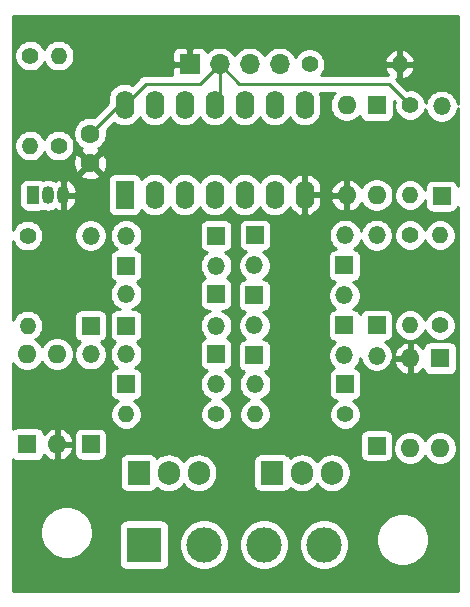
<source format=gbr>
%TF.GenerationSoftware,KiCad,Pcbnew,(5.1.6)-1*%
%TF.CreationDate,2021-04-27T13:36:45+02:00*%
%TF.ProjectId,BM2,424d322e-6b69-4636-9164-5f7063625858,rev?*%
%TF.SameCoordinates,Original*%
%TF.FileFunction,Copper,L1,Top*%
%TF.FilePolarity,Positive*%
%FSLAX46Y46*%
G04 Gerber Fmt 4.6, Leading zero omitted, Abs format (unit mm)*
G04 Created by KiCad (PCBNEW (5.1.6)-1) date 2021-04-27 13:36:45*
%MOMM*%
%LPD*%
G01*
G04 APERTURE LIST*
%TA.AperFunction,ComponentPad*%
%ADD10C,3.000000*%
%TD*%
%TA.AperFunction,ComponentPad*%
%ADD11R,3.000000X3.000000*%
%TD*%
%TA.AperFunction,ComponentPad*%
%ADD12O,1.905000X2.000000*%
%TD*%
%TA.AperFunction,ComponentPad*%
%ADD13R,1.905000X2.000000*%
%TD*%
%TA.AperFunction,ComponentPad*%
%ADD14C,1.600000*%
%TD*%
%TA.AperFunction,ComponentPad*%
%ADD15O,1.600000X2.400000*%
%TD*%
%TA.AperFunction,ComponentPad*%
%ADD16R,1.600000X2.400000*%
%TD*%
%TA.AperFunction,ComponentPad*%
%ADD17C,1.400000*%
%TD*%
%TA.AperFunction,ComponentPad*%
%ADD18O,1.400000X1.400000*%
%TD*%
%TA.AperFunction,ComponentPad*%
%ADD19O,1.700000X1.700000*%
%TD*%
%TA.AperFunction,ComponentPad*%
%ADD20R,1.700000X1.700000*%
%TD*%
%TA.AperFunction,ComponentPad*%
%ADD21O,1.050000X1.500000*%
%TD*%
%TA.AperFunction,ComponentPad*%
%ADD22R,1.050000X1.500000*%
%TD*%
%TA.AperFunction,ComponentPad*%
%ADD23R,1.600000X1.600000*%
%TD*%
%TA.AperFunction,ComponentPad*%
%ADD24O,1.600000X1.600000*%
%TD*%
%TA.AperFunction,ComponentPad*%
%ADD25O,1.500000X1.500000*%
%TD*%
%TA.AperFunction,ComponentPad*%
%ADD26R,1.500000X1.500000*%
%TD*%
%TA.AperFunction,Conductor*%
%ADD27C,0.250000*%
%TD*%
%TA.AperFunction,Conductor*%
%ADD28C,0.254000*%
%TD*%
G04 APERTURE END LIST*
D10*
%TO.P,J2,4*%
%TO.N,/sectionB*%
X99019000Y-182411000D03*
D11*
%TO.P,J2,1*%
%TO.N,/sectionA*%
X83779000Y-182411000D03*
D10*
%TO.P,J2,3*%
%TO.N,/DCC-*%
X93939000Y-182411000D03*
%TO.P,J2,2*%
%TO.N,/DCC+*%
X88859000Y-182411000D03*
%TD*%
D12*
%TO.P,Q1,3*%
%TO.N,/sectionB*%
X99695000Y-176315000D03*
%TO.P,Q1,2*%
%TO.N,Net-(D10-Pad1)*%
X97155000Y-176315000D03*
D13*
%TO.P,Q1,1*%
%TO.N,Net-(Q1-Pad1)*%
X94615000Y-176315000D03*
%TD*%
D12*
%TO.P,Q2,3*%
%TO.N,/sectionA*%
X88392000Y-176315000D03*
%TO.P,Q2,2*%
%TO.N,Net-(D8-Pad1)*%
X85852000Y-176315000D03*
D13*
%TO.P,Q2,1*%
%TO.N,Net-(Q2-Pad1)*%
X83312000Y-176315000D03*
%TD*%
D14*
%TO.P,C1,2*%
%TO.N,GND*%
X79207000Y-150113000D03*
%TO.P,C1,1*%
%TO.N,+5V*%
X79207000Y-147613000D03*
%TD*%
D15*
%TO.P,U2,14*%
%TO.N,+5V*%
X82128000Y-145161000D03*
%TO.P,U2,7*%
%TO.N,GND*%
X97368000Y-152781000D03*
%TO.P,U2,13*%
%TO.N,Net-(U2-Pad13)*%
X84668000Y-145161000D03*
%TO.P,U2,6*%
%TO.N,Net-(U2-Pad6)*%
X94828000Y-152781000D03*
%TO.P,U2,12*%
%TO.N,Net-(R16-Pad2)*%
X87208000Y-145161000D03*
%TO.P,U2,5*%
%TO.N,Net-(R9-Pad2)*%
X92288000Y-152781000D03*
%TO.P,U2,11*%
%TO.N,+5V*%
X89748000Y-145161000D03*
%TO.P,U2,4*%
%TO.N,Net-(J1-Pad4)*%
X89748000Y-152781000D03*
%TO.P,U2,10*%
%TO.N,Net-(U2-Pad10)*%
X92288000Y-145161000D03*
%TO.P,U2,3*%
%TO.N,Net-(U2-Pad3)*%
X87208000Y-152781000D03*
%TO.P,U2,9*%
%TO.N,Net-(R16-Pad2)*%
X94828000Y-145161000D03*
%TO.P,U2,2*%
%TO.N,Net-(R8-Pad1)*%
X84668000Y-152781000D03*
%TO.P,U2,8*%
%TO.N,Net-(Q10-Pad1)*%
X97368000Y-145161000D03*
D16*
%TO.P,U2,1*%
%TO.N,Net-(J1-Pad3)*%
X82128000Y-152781000D03*
%TD*%
D17*
%TO.P,R17,1*%
%TO.N,Net-(Q10-Pad1)*%
X97790000Y-141732000D03*
D18*
%TO.P,R17,2*%
%TO.N,GND*%
X105410000Y-141732000D03*
%TD*%
%TO.P,R16,2*%
%TO.N,Net-(R16-Pad2)*%
X106299000Y-152820000D03*
D17*
%TO.P,R16,1*%
%TO.N,+5V*%
X106299000Y-145200000D03*
%TD*%
%TO.P,R15,1*%
%TO.N,Net-(J1-Pad4)*%
X76540000Y-148629000D03*
D18*
%TO.P,R15,2*%
%TO.N,Net-(Q10-Pad2)*%
X76540000Y-141009000D03*
%TD*%
D17*
%TO.P,R14,1*%
%TO.N,Net-(J1-Pad3)*%
X74127000Y-141009000D03*
D18*
%TO.P,R14,2*%
%TO.N,Net-(Q10-Pad1)*%
X74127000Y-148629000D03*
%TD*%
%TO.P,R11,2*%
%TO.N,Net-(Q1-Pad1)*%
X93177000Y-171362000D03*
D17*
%TO.P,R11,1*%
%TO.N,/DCC+*%
X100797000Y-171362000D03*
%TD*%
D18*
%TO.P,R10,2*%
%TO.N,Net-(Q2-Pad1)*%
X82255000Y-171362000D03*
D17*
%TO.P,R10,1*%
%TO.N,/DCC+*%
X89875000Y-171362000D03*
%TD*%
D18*
%TO.P,R9,2*%
%TO.N,Net-(R9-Pad2)*%
X108839000Y-156210000D03*
D17*
%TO.P,R9,1*%
%TO.N,Net-(R9-Pad1)*%
X108839000Y-163830000D03*
%TD*%
D18*
%TO.P,R8,2*%
%TO.N,Net-(R8-Pad2)*%
X73914000Y-163869000D03*
D17*
%TO.P,R8,1*%
%TO.N,Net-(R8-Pad1)*%
X73914000Y-156249000D03*
%TD*%
D18*
%TO.P,R7,2*%
%TO.N,/DCC-*%
X106299000Y-163830000D03*
D17*
%TO.P,R7,1*%
%TO.N,Net-(D23-Pad2)*%
X106299000Y-156210000D03*
%TD*%
D19*
%TO.P,J1,4*%
%TO.N,Net-(J1-Pad4)*%
X95250000Y-141732000D03*
%TO.P,J1,3*%
%TO.N,Net-(J1-Pad3)*%
X92710000Y-141732000D03*
%TO.P,J1,2*%
%TO.N,+5V*%
X90170000Y-141732000D03*
D20*
%TO.P,J1,1*%
%TO.N,GND*%
X87630000Y-141732000D03*
%TD*%
D21*
%TO.P,Q10,2*%
%TO.N,Net-(Q10-Pad2)*%
X75651000Y-152820000D03*
%TO.P,Q10,3*%
%TO.N,GND*%
X76921000Y-152820000D03*
D22*
%TO.P,Q10,1*%
%TO.N,Net-(Q10-Pad1)*%
X74381000Y-152820000D03*
%TD*%
D23*
%TO.P,U1,1*%
%TO.N,/DCC+*%
X103464000Y-145200000D03*
D24*
%TO.P,U1,3*%
%TO.N,GND*%
X100924000Y-152820000D03*
%TO.P,U1,2*%
%TO.N,Net-(D23-Pad2)*%
X100924000Y-145200000D03*
%TO.P,U1,4*%
%TO.N,Net-(R16-Pad2)*%
X103464000Y-152820000D03*
%TD*%
D23*
%TO.P,U3,1*%
%TO.N,Net-(R8-Pad2)*%
X73873000Y-173902000D03*
D24*
%TO.P,U3,3*%
%TO.N,/sectionA*%
X76413000Y-166282000D03*
%TO.P,U3,2*%
%TO.N,GND*%
X76413000Y-173902000D03*
%TO.P,U3,4*%
%TO.N,Net-(Q2-Pad1)*%
X73873000Y-166282000D03*
%TD*%
%TO.P,U4,4*%
%TO.N,Net-(Q1-Pad1)*%
X108839000Y-174244000D03*
%TO.P,U4,2*%
%TO.N,GND*%
X106299000Y-166624000D03*
%TO.P,U4,3*%
%TO.N,/sectionB*%
X106299000Y-174244000D03*
D23*
%TO.P,U4,1*%
%TO.N,Net-(R9-Pad1)*%
X108839000Y-166624000D03*
%TD*%
D25*
%TO.P,D7,2*%
%TO.N,/DCC+*%
X79248000Y-156249000D03*
D26*
%TO.P,D7,1*%
%TO.N,Net-(D7-Pad1)*%
X79248000Y-163869000D03*
%TD*%
%TO.P,D8,1*%
%TO.N,Net-(D8-Pad1)*%
X79248000Y-173902000D03*
D25*
%TO.P,D8,2*%
%TO.N,Net-(D7-Pad1)*%
X79248000Y-166282000D03*
%TD*%
D26*
%TO.P,D9,1*%
%TO.N,Net-(D10-Pad2)*%
X103464000Y-163830000D03*
D25*
%TO.P,D9,2*%
%TO.N,/DCC+*%
X103464000Y-156210000D03*
%TD*%
%TO.P,D10,2*%
%TO.N,Net-(D10-Pad2)*%
X103464000Y-166409000D03*
D26*
%TO.P,D10,1*%
%TO.N,Net-(D10-Pad1)*%
X103464000Y-174029000D03*
%TD*%
D25*
%TO.P,D11,2*%
%TO.N,/DCC+*%
X82255000Y-156249000D03*
D26*
%TO.P,D11,1*%
%TO.N,Net-(D11-Pad1)*%
X89875000Y-156249000D03*
%TD*%
%TO.P,D12,1*%
%TO.N,Net-(D12-Pad1)*%
X82255000Y-158789000D03*
D25*
%TO.P,D12,2*%
%TO.N,Net-(D11-Pad1)*%
X89875000Y-158789000D03*
%TD*%
%TO.P,D13,2*%
%TO.N,Net-(D12-Pad1)*%
X82255000Y-161202000D03*
D26*
%TO.P,D13,1*%
%TO.N,Net-(D13-Pad1)*%
X89875000Y-161202000D03*
%TD*%
%TO.P,D14,1*%
%TO.N,Net-(D14-Pad1)*%
X82255000Y-163869000D03*
D25*
%TO.P,D14,2*%
%TO.N,Net-(D13-Pad1)*%
X89875000Y-163869000D03*
%TD*%
%TO.P,D15,2*%
%TO.N,Net-(D14-Pad1)*%
X82255000Y-166282000D03*
D26*
%TO.P,D15,1*%
%TO.N,/sectionA*%
X89875000Y-166282000D03*
%TD*%
D25*
%TO.P,D16,2*%
%TO.N,/DCC+*%
X100797000Y-156210000D03*
D26*
%TO.P,D16,1*%
%TO.N,Net-(D16-Pad1)*%
X93177000Y-156210000D03*
%TD*%
%TO.P,D17,1*%
%TO.N,Net-(D17-Pad1)*%
X100739000Y-158771000D03*
D25*
%TO.P,D17,2*%
%TO.N,Net-(D16-Pad1)*%
X93119000Y-158771000D03*
%TD*%
%TO.P,D18,2*%
%TO.N,Net-(D17-Pad1)*%
X100739000Y-161311000D03*
D26*
%TO.P,D18,1*%
%TO.N,Net-(D18-Pad1)*%
X93119000Y-161311000D03*
%TD*%
%TO.P,D19,1*%
%TO.N,Net-(D19-Pad1)*%
X100739000Y-163851000D03*
D25*
%TO.P,D19,2*%
%TO.N,Net-(D18-Pad1)*%
X93119000Y-163851000D03*
%TD*%
D26*
%TO.P,D20,1*%
%TO.N,/sectionB*%
X93119000Y-166391000D03*
D25*
%TO.P,D20,2*%
%TO.N,Net-(D19-Pad1)*%
X100739000Y-166391000D03*
%TD*%
%TO.P,D21,2*%
%TO.N,/sectionA*%
X89875000Y-168822000D03*
D26*
%TO.P,D21,1*%
%TO.N,/DCC+*%
X82255000Y-168822000D03*
%TD*%
D25*
%TO.P,D22,2*%
%TO.N,/sectionB*%
X93177000Y-168822000D03*
D26*
%TO.P,D22,1*%
%TO.N,/DCC+*%
X100797000Y-168822000D03*
%TD*%
%TO.P,D23,1*%
%TO.N,/DCC+*%
X108966000Y-152908000D03*
D25*
%TO.P,D23,2*%
%TO.N,Net-(D23-Pad2)*%
X108966000Y-145288000D03*
%TD*%
D27*
%TO.N,+5V*%
X90170000Y-144739000D02*
X89748000Y-145161000D01*
X90170000Y-141732000D02*
X90170000Y-144739000D01*
X83906000Y-143383000D02*
X82128000Y-145161000D01*
X90170000Y-141732000D02*
X88519000Y-143383000D01*
X88519000Y-143383000D02*
X83906000Y-143383000D01*
X106299000Y-145200000D02*
X104482000Y-143383000D01*
X91821000Y-143383000D02*
X90170000Y-141732000D01*
X104482000Y-143383000D02*
X91821000Y-143383000D01*
X81659000Y-145161000D02*
X82128000Y-145161000D01*
X79207000Y-147613000D02*
X81659000Y-145161000D01*
%TD*%
D28*
%TO.N,GND*%
G36*
X110340001Y-145096293D02*
G01*
X110297775Y-144884011D01*
X110193371Y-144631957D01*
X110041799Y-144405114D01*
X109848886Y-144212201D01*
X109622043Y-144060629D01*
X109369989Y-143956225D01*
X109102411Y-143903000D01*
X108829589Y-143903000D01*
X108562011Y-143956225D01*
X108309957Y-144060629D01*
X108083114Y-144212201D01*
X107890201Y-144405114D01*
X107738629Y-144631957D01*
X107634225Y-144884011D01*
X107615762Y-144976828D01*
X107582696Y-144810595D01*
X107482061Y-144567641D01*
X107335962Y-144348987D01*
X107150013Y-144163038D01*
X106931359Y-144016939D01*
X106688405Y-143916304D01*
X106430486Y-143865000D01*
X106167514Y-143865000D01*
X106060157Y-143886355D01*
X105153124Y-142979323D01*
X105283000Y-142902201D01*
X105283000Y-141859000D01*
X105537000Y-141859000D01*
X105537000Y-142902201D01*
X105743330Y-143024722D01*
X105989123Y-142934853D01*
X106212660Y-142798759D01*
X106405351Y-142621670D01*
X106559792Y-142410392D01*
X106670047Y-142173044D01*
X106702716Y-142065329D01*
X106579374Y-141859000D01*
X105537000Y-141859000D01*
X105283000Y-141859000D01*
X104240626Y-141859000D01*
X104117284Y-142065329D01*
X104149953Y-142173044D01*
X104260208Y-142410392D01*
X104414649Y-142621670D01*
X104416096Y-142623000D01*
X98786975Y-142623000D01*
X98826962Y-142583013D01*
X98973061Y-142364359D01*
X99073696Y-142121405D01*
X99125000Y-141863486D01*
X99125000Y-141600514D01*
X99084851Y-141398671D01*
X104117284Y-141398671D01*
X104240626Y-141605000D01*
X105283000Y-141605000D01*
X105283000Y-140561799D01*
X105537000Y-140561799D01*
X105537000Y-141605000D01*
X106579374Y-141605000D01*
X106702716Y-141398671D01*
X106670047Y-141290956D01*
X106559792Y-141053608D01*
X106405351Y-140842330D01*
X106212660Y-140665241D01*
X105989123Y-140529147D01*
X105743330Y-140439278D01*
X105537000Y-140561799D01*
X105283000Y-140561799D01*
X105076670Y-140439278D01*
X104830877Y-140529147D01*
X104607340Y-140665241D01*
X104414649Y-140842330D01*
X104260208Y-141053608D01*
X104149953Y-141290956D01*
X104117284Y-141398671D01*
X99084851Y-141398671D01*
X99073696Y-141342595D01*
X98973061Y-141099641D01*
X98826962Y-140880987D01*
X98641013Y-140695038D01*
X98422359Y-140548939D01*
X98179405Y-140448304D01*
X97921486Y-140397000D01*
X97658514Y-140397000D01*
X97400595Y-140448304D01*
X97157641Y-140548939D01*
X96938987Y-140695038D01*
X96753038Y-140880987D01*
X96606939Y-141099641D01*
X96601180Y-141113545D01*
X96565990Y-141028589D01*
X96403475Y-140785368D01*
X96196632Y-140578525D01*
X95953411Y-140416010D01*
X95683158Y-140304068D01*
X95396260Y-140247000D01*
X95103740Y-140247000D01*
X94816842Y-140304068D01*
X94546589Y-140416010D01*
X94303368Y-140578525D01*
X94096525Y-140785368D01*
X93980000Y-140959760D01*
X93863475Y-140785368D01*
X93656632Y-140578525D01*
X93413411Y-140416010D01*
X93143158Y-140304068D01*
X92856260Y-140247000D01*
X92563740Y-140247000D01*
X92276842Y-140304068D01*
X92006589Y-140416010D01*
X91763368Y-140578525D01*
X91556525Y-140785368D01*
X91440000Y-140959760D01*
X91323475Y-140785368D01*
X91116632Y-140578525D01*
X90873411Y-140416010D01*
X90603158Y-140304068D01*
X90316260Y-140247000D01*
X90023740Y-140247000D01*
X89736842Y-140304068D01*
X89466589Y-140416010D01*
X89223368Y-140578525D01*
X89091513Y-140710380D01*
X89069502Y-140637820D01*
X89010537Y-140527506D01*
X88931185Y-140430815D01*
X88834494Y-140351463D01*
X88724180Y-140292498D01*
X88604482Y-140256188D01*
X88480000Y-140243928D01*
X87915750Y-140247000D01*
X87757000Y-140405750D01*
X87757000Y-141605000D01*
X87777000Y-141605000D01*
X87777000Y-141859000D01*
X87757000Y-141859000D01*
X87757000Y-141879000D01*
X87503000Y-141879000D01*
X87503000Y-141859000D01*
X86303750Y-141859000D01*
X86145000Y-142017750D01*
X86141928Y-142582000D01*
X86145966Y-142623000D01*
X83943325Y-142623000D01*
X83906000Y-142619324D01*
X83868675Y-142623000D01*
X83868667Y-142623000D01*
X83757014Y-142633997D01*
X83613753Y-142677454D01*
X83481724Y-142748026D01*
X83365999Y-142842999D01*
X83342201Y-142871997D01*
X82748606Y-143465592D01*
X82679807Y-143428818D01*
X82409308Y-143346764D01*
X82128000Y-143319057D01*
X81846691Y-143346764D01*
X81576192Y-143428818D01*
X81326899Y-143562068D01*
X81108392Y-143741393D01*
X80929068Y-143959900D01*
X80795818Y-144209193D01*
X80713764Y-144479692D01*
X80693000Y-144690509D01*
X80693000Y-145052198D01*
X79530886Y-146214312D01*
X79348335Y-146178000D01*
X79065665Y-146178000D01*
X78788426Y-146233147D01*
X78527273Y-146341320D01*
X78292241Y-146498363D01*
X78092363Y-146698241D01*
X77935320Y-146933273D01*
X77827147Y-147194426D01*
X77772000Y-147471665D01*
X77772000Y-147754335D01*
X77827147Y-148031574D01*
X77935320Y-148292727D01*
X78092363Y-148527759D01*
X78292241Y-148727637D01*
X78492869Y-148861692D01*
X78465486Y-148876329D01*
X78393903Y-149120298D01*
X79207000Y-149933395D01*
X80020097Y-149120298D01*
X79948514Y-148876329D01*
X79919659Y-148862676D01*
X80121759Y-148727637D01*
X80321637Y-148527759D01*
X80478680Y-148292727D01*
X80586853Y-148031574D01*
X80642000Y-147754335D01*
X80642000Y-147471665D01*
X80605688Y-147289114D01*
X81221428Y-146673373D01*
X81326900Y-146759932D01*
X81576193Y-146893182D01*
X81846692Y-146975236D01*
X82128000Y-147002943D01*
X82409309Y-146975236D01*
X82679808Y-146893182D01*
X82929101Y-146759932D01*
X83147608Y-146580608D01*
X83326932Y-146362101D01*
X83398000Y-146229142D01*
X83469068Y-146362101D01*
X83648393Y-146580608D01*
X83866900Y-146759932D01*
X84116193Y-146893182D01*
X84386692Y-146975236D01*
X84668000Y-147002943D01*
X84949309Y-146975236D01*
X85219808Y-146893182D01*
X85469101Y-146759932D01*
X85687608Y-146580608D01*
X85866932Y-146362101D01*
X85938000Y-146229142D01*
X86009068Y-146362101D01*
X86188393Y-146580608D01*
X86406900Y-146759932D01*
X86656193Y-146893182D01*
X86926692Y-146975236D01*
X87208000Y-147002943D01*
X87489309Y-146975236D01*
X87759808Y-146893182D01*
X88009101Y-146759932D01*
X88227608Y-146580608D01*
X88406932Y-146362101D01*
X88478000Y-146229142D01*
X88549068Y-146362101D01*
X88728393Y-146580608D01*
X88946900Y-146759932D01*
X89196193Y-146893182D01*
X89466692Y-146975236D01*
X89748000Y-147002943D01*
X90029309Y-146975236D01*
X90299808Y-146893182D01*
X90549101Y-146759932D01*
X90767608Y-146580608D01*
X90946932Y-146362101D01*
X91018000Y-146229142D01*
X91089068Y-146362101D01*
X91268393Y-146580608D01*
X91486900Y-146759932D01*
X91736193Y-146893182D01*
X92006692Y-146975236D01*
X92288000Y-147002943D01*
X92569309Y-146975236D01*
X92839808Y-146893182D01*
X93089101Y-146759932D01*
X93307608Y-146580608D01*
X93486932Y-146362101D01*
X93558000Y-146229142D01*
X93629068Y-146362101D01*
X93808393Y-146580608D01*
X94026900Y-146759932D01*
X94276193Y-146893182D01*
X94546692Y-146975236D01*
X94828000Y-147002943D01*
X95109309Y-146975236D01*
X95379808Y-146893182D01*
X95629101Y-146759932D01*
X95847608Y-146580608D01*
X96026932Y-146362101D01*
X96098000Y-146229142D01*
X96169068Y-146362101D01*
X96348393Y-146580608D01*
X96566900Y-146759932D01*
X96816193Y-146893182D01*
X97086692Y-146975236D01*
X97368000Y-147002943D01*
X97649309Y-146975236D01*
X97919808Y-146893182D01*
X98169101Y-146759932D01*
X98387608Y-146580608D01*
X98566932Y-146362101D01*
X98700182Y-146112808D01*
X98782236Y-145842309D01*
X98803000Y-145631491D01*
X98803000Y-144690508D01*
X98782236Y-144479691D01*
X98700182Y-144209192D01*
X98664802Y-144143000D01*
X99951604Y-144143000D01*
X99809363Y-144285241D01*
X99652320Y-144520273D01*
X99544147Y-144781426D01*
X99489000Y-145058665D01*
X99489000Y-145341335D01*
X99544147Y-145618574D01*
X99652320Y-145879727D01*
X99809363Y-146114759D01*
X100009241Y-146314637D01*
X100244273Y-146471680D01*
X100505426Y-146579853D01*
X100782665Y-146635000D01*
X101065335Y-146635000D01*
X101342574Y-146579853D01*
X101603727Y-146471680D01*
X101838759Y-146314637D01*
X102037357Y-146116039D01*
X102038188Y-146124482D01*
X102074498Y-146244180D01*
X102133463Y-146354494D01*
X102212815Y-146451185D01*
X102309506Y-146530537D01*
X102419820Y-146589502D01*
X102539518Y-146625812D01*
X102664000Y-146638072D01*
X104264000Y-146638072D01*
X104388482Y-146625812D01*
X104508180Y-146589502D01*
X104618494Y-146530537D01*
X104715185Y-146451185D01*
X104794537Y-146354494D01*
X104853502Y-146244180D01*
X104889812Y-146124482D01*
X104902072Y-146000000D01*
X104902072Y-144877874D01*
X104985355Y-144961157D01*
X104964000Y-145068514D01*
X104964000Y-145331486D01*
X105015304Y-145589405D01*
X105115939Y-145832359D01*
X105262038Y-146051013D01*
X105447987Y-146236962D01*
X105666641Y-146383061D01*
X105909595Y-146483696D01*
X106167514Y-146535000D01*
X106430486Y-146535000D01*
X106688405Y-146483696D01*
X106931359Y-146383061D01*
X107150013Y-146236962D01*
X107335962Y-146051013D01*
X107482061Y-145832359D01*
X107582696Y-145589405D01*
X107598258Y-145511171D01*
X107634225Y-145691989D01*
X107738629Y-145944043D01*
X107890201Y-146170886D01*
X108083114Y-146363799D01*
X108309957Y-146515371D01*
X108562011Y-146619775D01*
X108829589Y-146673000D01*
X109102411Y-146673000D01*
X109369989Y-146619775D01*
X109622043Y-146515371D01*
X109848886Y-146363799D01*
X110041799Y-146170886D01*
X110193371Y-145944043D01*
X110297775Y-145691989D01*
X110340001Y-145479707D01*
X110340001Y-152027547D01*
X110305502Y-151913820D01*
X110246537Y-151803506D01*
X110167185Y-151706815D01*
X110070494Y-151627463D01*
X109960180Y-151568498D01*
X109840482Y-151532188D01*
X109716000Y-151519928D01*
X108216000Y-151519928D01*
X108091518Y-151532188D01*
X107971820Y-151568498D01*
X107861506Y-151627463D01*
X107764815Y-151706815D01*
X107685463Y-151803506D01*
X107626498Y-151913820D01*
X107590188Y-152033518D01*
X107577928Y-152158000D01*
X107577928Y-152419084D01*
X107482061Y-152187641D01*
X107335962Y-151968987D01*
X107150013Y-151783038D01*
X106931359Y-151636939D01*
X106688405Y-151536304D01*
X106430486Y-151485000D01*
X106167514Y-151485000D01*
X105909595Y-151536304D01*
X105666641Y-151636939D01*
X105447987Y-151783038D01*
X105262038Y-151968987D01*
X105115939Y-152187641D01*
X105015304Y-152430595D01*
X104964000Y-152688514D01*
X104964000Y-152951486D01*
X105015304Y-153209405D01*
X105115939Y-153452359D01*
X105262038Y-153671013D01*
X105447987Y-153856962D01*
X105666641Y-154003061D01*
X105909595Y-154103696D01*
X106167514Y-154155000D01*
X106430486Y-154155000D01*
X106688405Y-154103696D01*
X106931359Y-154003061D01*
X107150013Y-153856962D01*
X107335962Y-153671013D01*
X107482061Y-153452359D01*
X107577928Y-153220916D01*
X107577928Y-153658000D01*
X107590188Y-153782482D01*
X107626498Y-153902180D01*
X107685463Y-154012494D01*
X107764815Y-154109185D01*
X107861506Y-154188537D01*
X107971820Y-154247502D01*
X108091518Y-154283812D01*
X108216000Y-154296072D01*
X109716000Y-154296072D01*
X109840482Y-154283812D01*
X109960180Y-154247502D01*
X110070494Y-154188537D01*
X110167185Y-154109185D01*
X110246537Y-154012494D01*
X110305502Y-153902180D01*
X110340001Y-153788453D01*
X110340000Y-186340000D01*
X72660000Y-186340000D01*
X72660000Y-181135872D01*
X74981000Y-181135872D01*
X74981000Y-181576128D01*
X75066890Y-182007925D01*
X75235369Y-182414669D01*
X75479962Y-182780729D01*
X75791271Y-183092038D01*
X76157331Y-183336631D01*
X76564075Y-183505110D01*
X76995872Y-183591000D01*
X77436128Y-183591000D01*
X77867925Y-183505110D01*
X78274669Y-183336631D01*
X78640729Y-183092038D01*
X78952038Y-182780729D01*
X79196631Y-182414669D01*
X79365110Y-182007925D01*
X79451000Y-181576128D01*
X79451000Y-181135872D01*
X79406271Y-180911000D01*
X81640928Y-180911000D01*
X81640928Y-183911000D01*
X81653188Y-184035482D01*
X81689498Y-184155180D01*
X81748463Y-184265494D01*
X81827815Y-184362185D01*
X81924506Y-184441537D01*
X82034820Y-184500502D01*
X82154518Y-184536812D01*
X82279000Y-184549072D01*
X85279000Y-184549072D01*
X85403482Y-184536812D01*
X85523180Y-184500502D01*
X85633494Y-184441537D01*
X85730185Y-184362185D01*
X85809537Y-184265494D01*
X85868502Y-184155180D01*
X85904812Y-184035482D01*
X85917072Y-183911000D01*
X85917072Y-182200721D01*
X86724000Y-182200721D01*
X86724000Y-182621279D01*
X86806047Y-183033756D01*
X86966988Y-183422302D01*
X87200637Y-183771983D01*
X87498017Y-184069363D01*
X87847698Y-184303012D01*
X88236244Y-184463953D01*
X88648721Y-184546000D01*
X89069279Y-184546000D01*
X89481756Y-184463953D01*
X89870302Y-184303012D01*
X90219983Y-184069363D01*
X90517363Y-183771983D01*
X90751012Y-183422302D01*
X90911953Y-183033756D01*
X90994000Y-182621279D01*
X90994000Y-182200721D01*
X91804000Y-182200721D01*
X91804000Y-182621279D01*
X91886047Y-183033756D01*
X92046988Y-183422302D01*
X92280637Y-183771983D01*
X92578017Y-184069363D01*
X92927698Y-184303012D01*
X93316244Y-184463953D01*
X93728721Y-184546000D01*
X94149279Y-184546000D01*
X94561756Y-184463953D01*
X94950302Y-184303012D01*
X95299983Y-184069363D01*
X95597363Y-183771983D01*
X95831012Y-183422302D01*
X95991953Y-183033756D01*
X96074000Y-182621279D01*
X96074000Y-182200721D01*
X96884000Y-182200721D01*
X96884000Y-182621279D01*
X96966047Y-183033756D01*
X97126988Y-183422302D01*
X97360637Y-183771983D01*
X97658017Y-184069363D01*
X98007698Y-184303012D01*
X98396244Y-184463953D01*
X98808721Y-184546000D01*
X99229279Y-184546000D01*
X99641756Y-184463953D01*
X100030302Y-184303012D01*
X100379983Y-184069363D01*
X100677363Y-183771983D01*
X100911012Y-183422302D01*
X101071953Y-183033756D01*
X101154000Y-182621279D01*
X101154000Y-182200721D01*
X101071953Y-181788244D01*
X101068486Y-181779872D01*
X103429000Y-181779872D01*
X103429000Y-182220128D01*
X103514890Y-182651925D01*
X103683369Y-183058669D01*
X103927962Y-183424729D01*
X104239271Y-183736038D01*
X104605331Y-183980631D01*
X105012075Y-184149110D01*
X105443872Y-184235000D01*
X105884128Y-184235000D01*
X106315925Y-184149110D01*
X106722669Y-183980631D01*
X107088729Y-183736038D01*
X107400038Y-183424729D01*
X107644631Y-183058669D01*
X107813110Y-182651925D01*
X107899000Y-182220128D01*
X107899000Y-181779872D01*
X107813110Y-181348075D01*
X107644631Y-180941331D01*
X107400038Y-180575271D01*
X107088729Y-180263962D01*
X106722669Y-180019369D01*
X106315925Y-179850890D01*
X105884128Y-179765000D01*
X105443872Y-179765000D01*
X105012075Y-179850890D01*
X104605331Y-180019369D01*
X104239271Y-180263962D01*
X103927962Y-180575271D01*
X103683369Y-180941331D01*
X103514890Y-181348075D01*
X103429000Y-181779872D01*
X101068486Y-181779872D01*
X100911012Y-181399698D01*
X100677363Y-181050017D01*
X100379983Y-180752637D01*
X100030302Y-180518988D01*
X99641756Y-180358047D01*
X99229279Y-180276000D01*
X98808721Y-180276000D01*
X98396244Y-180358047D01*
X98007698Y-180518988D01*
X97658017Y-180752637D01*
X97360637Y-181050017D01*
X97126988Y-181399698D01*
X96966047Y-181788244D01*
X96884000Y-182200721D01*
X96074000Y-182200721D01*
X95991953Y-181788244D01*
X95831012Y-181399698D01*
X95597363Y-181050017D01*
X95299983Y-180752637D01*
X94950302Y-180518988D01*
X94561756Y-180358047D01*
X94149279Y-180276000D01*
X93728721Y-180276000D01*
X93316244Y-180358047D01*
X92927698Y-180518988D01*
X92578017Y-180752637D01*
X92280637Y-181050017D01*
X92046988Y-181399698D01*
X91886047Y-181788244D01*
X91804000Y-182200721D01*
X90994000Y-182200721D01*
X90911953Y-181788244D01*
X90751012Y-181399698D01*
X90517363Y-181050017D01*
X90219983Y-180752637D01*
X89870302Y-180518988D01*
X89481756Y-180358047D01*
X89069279Y-180276000D01*
X88648721Y-180276000D01*
X88236244Y-180358047D01*
X87847698Y-180518988D01*
X87498017Y-180752637D01*
X87200637Y-181050017D01*
X86966988Y-181399698D01*
X86806047Y-181788244D01*
X86724000Y-182200721D01*
X85917072Y-182200721D01*
X85917072Y-180911000D01*
X85904812Y-180786518D01*
X85868502Y-180666820D01*
X85809537Y-180556506D01*
X85730185Y-180459815D01*
X85633494Y-180380463D01*
X85523180Y-180321498D01*
X85403482Y-180285188D01*
X85279000Y-180272928D01*
X82279000Y-180272928D01*
X82154518Y-180285188D01*
X82034820Y-180321498D01*
X81924506Y-180380463D01*
X81827815Y-180459815D01*
X81748463Y-180556506D01*
X81689498Y-180666820D01*
X81653188Y-180786518D01*
X81640928Y-180911000D01*
X79406271Y-180911000D01*
X79365110Y-180704075D01*
X79196631Y-180297331D01*
X78952038Y-179931271D01*
X78640729Y-179619962D01*
X78274669Y-179375369D01*
X77867925Y-179206890D01*
X77436128Y-179121000D01*
X76995872Y-179121000D01*
X76564075Y-179206890D01*
X76157331Y-179375369D01*
X75791271Y-179619962D01*
X75479962Y-179931271D01*
X75235369Y-180297331D01*
X75066890Y-180704075D01*
X74981000Y-181135872D01*
X72660000Y-181135872D01*
X72660000Y-175184523D01*
X72718506Y-175232537D01*
X72828820Y-175291502D01*
X72948518Y-175327812D01*
X73073000Y-175340072D01*
X74673000Y-175340072D01*
X74797482Y-175327812D01*
X74839717Y-175315000D01*
X81721428Y-175315000D01*
X81721428Y-177315000D01*
X81733688Y-177439482D01*
X81769998Y-177559180D01*
X81828963Y-177669494D01*
X81908315Y-177766185D01*
X82005006Y-177845537D01*
X82115320Y-177904502D01*
X82235018Y-177940812D01*
X82359500Y-177953072D01*
X84264500Y-177953072D01*
X84388982Y-177940812D01*
X84508680Y-177904502D01*
X84618994Y-177845537D01*
X84715685Y-177766185D01*
X84795037Y-177669494D01*
X84839905Y-177585553D01*
X84965766Y-177688845D01*
X85241552Y-177836255D01*
X85540797Y-177927030D01*
X85852000Y-177957681D01*
X86163204Y-177927030D01*
X86462449Y-177836255D01*
X86738235Y-177688845D01*
X86979963Y-177490463D01*
X87122000Y-177317391D01*
X87264037Y-177490463D01*
X87505766Y-177688845D01*
X87781552Y-177836255D01*
X88080797Y-177927030D01*
X88392000Y-177957681D01*
X88703204Y-177927030D01*
X89002449Y-177836255D01*
X89278235Y-177688845D01*
X89519963Y-177490463D01*
X89718345Y-177248734D01*
X89865755Y-176972948D01*
X89956530Y-176673703D01*
X89979500Y-176440485D01*
X89979500Y-176189514D01*
X89956530Y-175956296D01*
X89865755Y-175657051D01*
X89718345Y-175381265D01*
X89663963Y-175315000D01*
X93024428Y-175315000D01*
X93024428Y-177315000D01*
X93036688Y-177439482D01*
X93072998Y-177559180D01*
X93131963Y-177669494D01*
X93211315Y-177766185D01*
X93308006Y-177845537D01*
X93418320Y-177904502D01*
X93538018Y-177940812D01*
X93662500Y-177953072D01*
X95567500Y-177953072D01*
X95691982Y-177940812D01*
X95811680Y-177904502D01*
X95921994Y-177845537D01*
X96018685Y-177766185D01*
X96098037Y-177669494D01*
X96142905Y-177585553D01*
X96268766Y-177688845D01*
X96544552Y-177836255D01*
X96843797Y-177927030D01*
X97155000Y-177957681D01*
X97466204Y-177927030D01*
X97765449Y-177836255D01*
X98041235Y-177688845D01*
X98282963Y-177490463D01*
X98425000Y-177317391D01*
X98567037Y-177490463D01*
X98808766Y-177688845D01*
X99084552Y-177836255D01*
X99383797Y-177927030D01*
X99695000Y-177957681D01*
X100006204Y-177927030D01*
X100305449Y-177836255D01*
X100581235Y-177688845D01*
X100822963Y-177490463D01*
X101021345Y-177248734D01*
X101168755Y-176972948D01*
X101259530Y-176673703D01*
X101282500Y-176440485D01*
X101282500Y-176189514D01*
X101259530Y-175956296D01*
X101168755Y-175657051D01*
X101021345Y-175381265D01*
X100822963Y-175139537D01*
X100581234Y-174941155D01*
X100305448Y-174793745D01*
X100006203Y-174702970D01*
X99695000Y-174672319D01*
X99383796Y-174702970D01*
X99084551Y-174793745D01*
X98808765Y-174941155D01*
X98567037Y-175139537D01*
X98425000Y-175312609D01*
X98282963Y-175139537D01*
X98041234Y-174941155D01*
X97765448Y-174793745D01*
X97466203Y-174702970D01*
X97155000Y-174672319D01*
X96843796Y-174702970D01*
X96544551Y-174793745D01*
X96268765Y-174941155D01*
X96142905Y-175044446D01*
X96098037Y-174960506D01*
X96018685Y-174863815D01*
X95921994Y-174784463D01*
X95811680Y-174725498D01*
X95691982Y-174689188D01*
X95567500Y-174676928D01*
X93662500Y-174676928D01*
X93538018Y-174689188D01*
X93418320Y-174725498D01*
X93308006Y-174784463D01*
X93211315Y-174863815D01*
X93131963Y-174960506D01*
X93072998Y-175070820D01*
X93036688Y-175190518D01*
X93024428Y-175315000D01*
X89663963Y-175315000D01*
X89519963Y-175139537D01*
X89278234Y-174941155D01*
X89002448Y-174793745D01*
X88703203Y-174702970D01*
X88392000Y-174672319D01*
X88080796Y-174702970D01*
X87781551Y-174793745D01*
X87505765Y-174941155D01*
X87264037Y-175139537D01*
X87122000Y-175312609D01*
X86979963Y-175139537D01*
X86738234Y-174941155D01*
X86462448Y-174793745D01*
X86163203Y-174702970D01*
X85852000Y-174672319D01*
X85540796Y-174702970D01*
X85241551Y-174793745D01*
X84965765Y-174941155D01*
X84839905Y-175044446D01*
X84795037Y-174960506D01*
X84715685Y-174863815D01*
X84618994Y-174784463D01*
X84508680Y-174725498D01*
X84388982Y-174689188D01*
X84264500Y-174676928D01*
X82359500Y-174676928D01*
X82235018Y-174689188D01*
X82115320Y-174725498D01*
X82005006Y-174784463D01*
X81908315Y-174863815D01*
X81828963Y-174960506D01*
X81769998Y-175070820D01*
X81733688Y-175190518D01*
X81721428Y-175315000D01*
X74839717Y-175315000D01*
X74917180Y-175291502D01*
X75027494Y-175232537D01*
X75124185Y-175153185D01*
X75203537Y-175056494D01*
X75262502Y-174946180D01*
X75298812Y-174826482D01*
X75301231Y-174801920D01*
X75449586Y-174965519D01*
X75675580Y-175133037D01*
X75929913Y-175253246D01*
X76063961Y-175293904D01*
X76286000Y-175171915D01*
X76286000Y-174029000D01*
X76540000Y-174029000D01*
X76540000Y-175171915D01*
X76762039Y-175293904D01*
X76896087Y-175253246D01*
X77150420Y-175133037D01*
X77376414Y-174965519D01*
X77565385Y-174757131D01*
X77710070Y-174515881D01*
X77804909Y-174251040D01*
X77683624Y-174029000D01*
X76540000Y-174029000D01*
X76286000Y-174029000D01*
X76266000Y-174029000D01*
X76266000Y-173775000D01*
X76286000Y-173775000D01*
X76286000Y-172632085D01*
X76540000Y-172632085D01*
X76540000Y-173775000D01*
X77683624Y-173775000D01*
X77804909Y-173552960D01*
X77710070Y-173288119D01*
X77628436Y-173152000D01*
X77859928Y-173152000D01*
X77859928Y-174652000D01*
X77872188Y-174776482D01*
X77908498Y-174896180D01*
X77967463Y-175006494D01*
X78046815Y-175103185D01*
X78143506Y-175182537D01*
X78253820Y-175241502D01*
X78373518Y-175277812D01*
X78498000Y-175290072D01*
X79998000Y-175290072D01*
X80122482Y-175277812D01*
X80242180Y-175241502D01*
X80352494Y-175182537D01*
X80449185Y-175103185D01*
X80528537Y-175006494D01*
X80587502Y-174896180D01*
X80623812Y-174776482D01*
X80636072Y-174652000D01*
X80636072Y-173279000D01*
X102075928Y-173279000D01*
X102075928Y-174779000D01*
X102088188Y-174903482D01*
X102124498Y-175023180D01*
X102183463Y-175133494D01*
X102262815Y-175230185D01*
X102359506Y-175309537D01*
X102469820Y-175368502D01*
X102589518Y-175404812D01*
X102714000Y-175417072D01*
X104214000Y-175417072D01*
X104338482Y-175404812D01*
X104458180Y-175368502D01*
X104568494Y-175309537D01*
X104665185Y-175230185D01*
X104744537Y-175133494D01*
X104803502Y-175023180D01*
X104839812Y-174903482D01*
X104852072Y-174779000D01*
X104852072Y-174102665D01*
X104864000Y-174102665D01*
X104864000Y-174385335D01*
X104919147Y-174662574D01*
X105027320Y-174923727D01*
X105184363Y-175158759D01*
X105384241Y-175358637D01*
X105619273Y-175515680D01*
X105880426Y-175623853D01*
X106157665Y-175679000D01*
X106440335Y-175679000D01*
X106717574Y-175623853D01*
X106978727Y-175515680D01*
X107213759Y-175358637D01*
X107413637Y-175158759D01*
X107569000Y-174926241D01*
X107724363Y-175158759D01*
X107924241Y-175358637D01*
X108159273Y-175515680D01*
X108420426Y-175623853D01*
X108697665Y-175679000D01*
X108980335Y-175679000D01*
X109257574Y-175623853D01*
X109518727Y-175515680D01*
X109753759Y-175358637D01*
X109953637Y-175158759D01*
X110110680Y-174923727D01*
X110218853Y-174662574D01*
X110274000Y-174385335D01*
X110274000Y-174102665D01*
X110218853Y-173825426D01*
X110110680Y-173564273D01*
X109953637Y-173329241D01*
X109753759Y-173129363D01*
X109518727Y-172972320D01*
X109257574Y-172864147D01*
X108980335Y-172809000D01*
X108697665Y-172809000D01*
X108420426Y-172864147D01*
X108159273Y-172972320D01*
X107924241Y-173129363D01*
X107724363Y-173329241D01*
X107569000Y-173561759D01*
X107413637Y-173329241D01*
X107213759Y-173129363D01*
X106978727Y-172972320D01*
X106717574Y-172864147D01*
X106440335Y-172809000D01*
X106157665Y-172809000D01*
X105880426Y-172864147D01*
X105619273Y-172972320D01*
X105384241Y-173129363D01*
X105184363Y-173329241D01*
X105027320Y-173564273D01*
X104919147Y-173825426D01*
X104864000Y-174102665D01*
X104852072Y-174102665D01*
X104852072Y-173279000D01*
X104839812Y-173154518D01*
X104803502Y-173034820D01*
X104744537Y-172924506D01*
X104665185Y-172827815D01*
X104568494Y-172748463D01*
X104458180Y-172689498D01*
X104338482Y-172653188D01*
X104214000Y-172640928D01*
X102714000Y-172640928D01*
X102589518Y-172653188D01*
X102469820Y-172689498D01*
X102359506Y-172748463D01*
X102262815Y-172827815D01*
X102183463Y-172924506D01*
X102124498Y-173034820D01*
X102088188Y-173154518D01*
X102075928Y-173279000D01*
X80636072Y-173279000D01*
X80636072Y-173152000D01*
X80623812Y-173027518D01*
X80587502Y-172907820D01*
X80528537Y-172797506D01*
X80449185Y-172700815D01*
X80352494Y-172621463D01*
X80242180Y-172562498D01*
X80122482Y-172526188D01*
X79998000Y-172513928D01*
X78498000Y-172513928D01*
X78373518Y-172526188D01*
X78253820Y-172562498D01*
X78143506Y-172621463D01*
X78046815Y-172700815D01*
X77967463Y-172797506D01*
X77908498Y-172907820D01*
X77872188Y-173027518D01*
X77859928Y-173152000D01*
X77628436Y-173152000D01*
X77565385Y-173046869D01*
X77376414Y-172838481D01*
X77150420Y-172670963D01*
X76896087Y-172550754D01*
X76762039Y-172510096D01*
X76540000Y-172632085D01*
X76286000Y-172632085D01*
X76063961Y-172510096D01*
X75929913Y-172550754D01*
X75675580Y-172670963D01*
X75449586Y-172838481D01*
X75301231Y-173002080D01*
X75298812Y-172977518D01*
X75262502Y-172857820D01*
X75203537Y-172747506D01*
X75124185Y-172650815D01*
X75027494Y-172571463D01*
X74917180Y-172512498D01*
X74797482Y-172476188D01*
X74673000Y-172463928D01*
X73073000Y-172463928D01*
X72948518Y-172476188D01*
X72828820Y-172512498D01*
X72718506Y-172571463D01*
X72660000Y-172619477D01*
X72660000Y-167049548D01*
X72758363Y-167196759D01*
X72958241Y-167396637D01*
X73193273Y-167553680D01*
X73454426Y-167661853D01*
X73731665Y-167717000D01*
X74014335Y-167717000D01*
X74291574Y-167661853D01*
X74552727Y-167553680D01*
X74787759Y-167396637D01*
X74987637Y-167196759D01*
X75143000Y-166964241D01*
X75298363Y-167196759D01*
X75498241Y-167396637D01*
X75733273Y-167553680D01*
X75994426Y-167661853D01*
X76271665Y-167717000D01*
X76554335Y-167717000D01*
X76831574Y-167661853D01*
X77092727Y-167553680D01*
X77327759Y-167396637D01*
X77527637Y-167196759D01*
X77684680Y-166961727D01*
X77792853Y-166700574D01*
X77848000Y-166423335D01*
X77848000Y-166140665D01*
X77792853Y-165863426D01*
X77684680Y-165602273D01*
X77527637Y-165367241D01*
X77327759Y-165167363D01*
X77092727Y-165010320D01*
X76831574Y-164902147D01*
X76554335Y-164847000D01*
X76271665Y-164847000D01*
X75994426Y-164902147D01*
X75733273Y-165010320D01*
X75498241Y-165167363D01*
X75298363Y-165367241D01*
X75143000Y-165599759D01*
X74987637Y-165367241D01*
X74787759Y-165167363D01*
X74580778Y-165029063D01*
X74765013Y-164905962D01*
X74950962Y-164720013D01*
X75097061Y-164501359D01*
X75197696Y-164258405D01*
X75249000Y-164000486D01*
X75249000Y-163737514D01*
X75197696Y-163479595D01*
X75097061Y-163236641D01*
X75018457Y-163119000D01*
X77859928Y-163119000D01*
X77859928Y-164619000D01*
X77872188Y-164743482D01*
X77908498Y-164863180D01*
X77967463Y-164973494D01*
X78046815Y-165070185D01*
X78143506Y-165149537D01*
X78253820Y-165208502D01*
X78337445Y-165233870D01*
X78172201Y-165399114D01*
X78020629Y-165625957D01*
X77916225Y-165878011D01*
X77863000Y-166145589D01*
X77863000Y-166418411D01*
X77916225Y-166685989D01*
X78020629Y-166938043D01*
X78172201Y-167164886D01*
X78365114Y-167357799D01*
X78591957Y-167509371D01*
X78844011Y-167613775D01*
X79111589Y-167667000D01*
X79384411Y-167667000D01*
X79651989Y-167613775D01*
X79904043Y-167509371D01*
X80130886Y-167357799D01*
X80323799Y-167164886D01*
X80475371Y-166938043D01*
X80579775Y-166685989D01*
X80633000Y-166418411D01*
X80633000Y-166145589D01*
X80579775Y-165878011D01*
X80475371Y-165625957D01*
X80323799Y-165399114D01*
X80158555Y-165233870D01*
X80242180Y-165208502D01*
X80352494Y-165149537D01*
X80449185Y-165070185D01*
X80528537Y-164973494D01*
X80587502Y-164863180D01*
X80623812Y-164743482D01*
X80636072Y-164619000D01*
X80636072Y-163119000D01*
X80623812Y-162994518D01*
X80587502Y-162874820D01*
X80528537Y-162764506D01*
X80449185Y-162667815D01*
X80352494Y-162588463D01*
X80242180Y-162529498D01*
X80122482Y-162493188D01*
X79998000Y-162480928D01*
X78498000Y-162480928D01*
X78373518Y-162493188D01*
X78253820Y-162529498D01*
X78143506Y-162588463D01*
X78046815Y-162667815D01*
X77967463Y-162764506D01*
X77908498Y-162874820D01*
X77872188Y-162994518D01*
X77859928Y-163119000D01*
X75018457Y-163119000D01*
X74950962Y-163017987D01*
X74765013Y-162832038D01*
X74546359Y-162685939D01*
X74303405Y-162585304D01*
X74045486Y-162534000D01*
X73782514Y-162534000D01*
X73524595Y-162585304D01*
X73281641Y-162685939D01*
X73062987Y-162832038D01*
X72877038Y-163017987D01*
X72730939Y-163236641D01*
X72660000Y-163407903D01*
X72660000Y-158039000D01*
X80866928Y-158039000D01*
X80866928Y-159539000D01*
X80879188Y-159663482D01*
X80915498Y-159783180D01*
X80974463Y-159893494D01*
X81053815Y-159990185D01*
X81150506Y-160069537D01*
X81260820Y-160128502D01*
X81344445Y-160153870D01*
X81179201Y-160319114D01*
X81027629Y-160545957D01*
X80923225Y-160798011D01*
X80870000Y-161065589D01*
X80870000Y-161338411D01*
X80923225Y-161605989D01*
X81027629Y-161858043D01*
X81179201Y-162084886D01*
X81372114Y-162277799D01*
X81598957Y-162429371D01*
X81723427Y-162480928D01*
X81505000Y-162480928D01*
X81380518Y-162493188D01*
X81260820Y-162529498D01*
X81150506Y-162588463D01*
X81053815Y-162667815D01*
X80974463Y-162764506D01*
X80915498Y-162874820D01*
X80879188Y-162994518D01*
X80866928Y-163119000D01*
X80866928Y-164619000D01*
X80879188Y-164743482D01*
X80915498Y-164863180D01*
X80974463Y-164973494D01*
X81053815Y-165070185D01*
X81150506Y-165149537D01*
X81260820Y-165208502D01*
X81344445Y-165233870D01*
X81179201Y-165399114D01*
X81027629Y-165625957D01*
X80923225Y-165878011D01*
X80870000Y-166145589D01*
X80870000Y-166418411D01*
X80923225Y-166685989D01*
X81027629Y-166938043D01*
X81179201Y-167164886D01*
X81372114Y-167357799D01*
X81488483Y-167435555D01*
X81380518Y-167446188D01*
X81260820Y-167482498D01*
X81150506Y-167541463D01*
X81053815Y-167620815D01*
X80974463Y-167717506D01*
X80915498Y-167827820D01*
X80879188Y-167947518D01*
X80866928Y-168072000D01*
X80866928Y-169572000D01*
X80879188Y-169696482D01*
X80915498Y-169816180D01*
X80974463Y-169926494D01*
X81053815Y-170023185D01*
X81150506Y-170102537D01*
X81260820Y-170161502D01*
X81380518Y-170197812D01*
X81505000Y-170210072D01*
X81576047Y-170210072D01*
X81403987Y-170325038D01*
X81218038Y-170510987D01*
X81071939Y-170729641D01*
X80971304Y-170972595D01*
X80920000Y-171230514D01*
X80920000Y-171493486D01*
X80971304Y-171751405D01*
X81071939Y-171994359D01*
X81218038Y-172213013D01*
X81403987Y-172398962D01*
X81622641Y-172545061D01*
X81865595Y-172645696D01*
X82123514Y-172697000D01*
X82386486Y-172697000D01*
X82644405Y-172645696D01*
X82887359Y-172545061D01*
X83106013Y-172398962D01*
X83291962Y-172213013D01*
X83438061Y-171994359D01*
X83538696Y-171751405D01*
X83590000Y-171493486D01*
X83590000Y-171230514D01*
X83538696Y-170972595D01*
X83438061Y-170729641D01*
X83291962Y-170510987D01*
X83106013Y-170325038D01*
X82933953Y-170210072D01*
X83005000Y-170210072D01*
X83129482Y-170197812D01*
X83249180Y-170161502D01*
X83359494Y-170102537D01*
X83456185Y-170023185D01*
X83535537Y-169926494D01*
X83594502Y-169816180D01*
X83630812Y-169696482D01*
X83643072Y-169572000D01*
X83643072Y-168072000D01*
X83630812Y-167947518D01*
X83594502Y-167827820D01*
X83535537Y-167717506D01*
X83456185Y-167620815D01*
X83359494Y-167541463D01*
X83249180Y-167482498D01*
X83129482Y-167446188D01*
X83021517Y-167435555D01*
X83137886Y-167357799D01*
X83330799Y-167164886D01*
X83482371Y-166938043D01*
X83586775Y-166685989D01*
X83640000Y-166418411D01*
X83640000Y-166145589D01*
X83586775Y-165878011D01*
X83482371Y-165625957D01*
X83330799Y-165399114D01*
X83165555Y-165233870D01*
X83249180Y-165208502D01*
X83359494Y-165149537D01*
X83456185Y-165070185D01*
X83535537Y-164973494D01*
X83594502Y-164863180D01*
X83630812Y-164743482D01*
X83643072Y-164619000D01*
X83643072Y-163119000D01*
X83630812Y-162994518D01*
X83594502Y-162874820D01*
X83535537Y-162764506D01*
X83456185Y-162667815D01*
X83359494Y-162588463D01*
X83249180Y-162529498D01*
X83129482Y-162493188D01*
X83005000Y-162480928D01*
X82786573Y-162480928D01*
X82911043Y-162429371D01*
X83137886Y-162277799D01*
X83330799Y-162084886D01*
X83482371Y-161858043D01*
X83586775Y-161605989D01*
X83640000Y-161338411D01*
X83640000Y-161065589D01*
X83586775Y-160798011D01*
X83482371Y-160545957D01*
X83330799Y-160319114D01*
X83165555Y-160153870D01*
X83249180Y-160128502D01*
X83359494Y-160069537D01*
X83456185Y-159990185D01*
X83535537Y-159893494D01*
X83594502Y-159783180D01*
X83630812Y-159663482D01*
X83643072Y-159539000D01*
X83643072Y-158039000D01*
X83630812Y-157914518D01*
X83594502Y-157794820D01*
X83535537Y-157684506D01*
X83456185Y-157587815D01*
X83359494Y-157508463D01*
X83249180Y-157449498D01*
X83129482Y-157413188D01*
X83021517Y-157402555D01*
X83137886Y-157324799D01*
X83330799Y-157131886D01*
X83482371Y-156905043D01*
X83586775Y-156652989D01*
X83640000Y-156385411D01*
X83640000Y-156112589D01*
X83586775Y-155845011D01*
X83482371Y-155592957D01*
X83419591Y-155499000D01*
X88486928Y-155499000D01*
X88486928Y-156999000D01*
X88499188Y-157123482D01*
X88535498Y-157243180D01*
X88594463Y-157353494D01*
X88673815Y-157450185D01*
X88770506Y-157529537D01*
X88880820Y-157588502D01*
X89000518Y-157624812D01*
X89108483Y-157635445D01*
X88992114Y-157713201D01*
X88799201Y-157906114D01*
X88647629Y-158132957D01*
X88543225Y-158385011D01*
X88490000Y-158652589D01*
X88490000Y-158925411D01*
X88543225Y-159192989D01*
X88647629Y-159445043D01*
X88799201Y-159671886D01*
X88964445Y-159837130D01*
X88880820Y-159862498D01*
X88770506Y-159921463D01*
X88673815Y-160000815D01*
X88594463Y-160097506D01*
X88535498Y-160207820D01*
X88499188Y-160327518D01*
X88486928Y-160452000D01*
X88486928Y-161952000D01*
X88499188Y-162076482D01*
X88535498Y-162196180D01*
X88594463Y-162306494D01*
X88673815Y-162403185D01*
X88770506Y-162482537D01*
X88880820Y-162541502D01*
X89000518Y-162577812D01*
X89125000Y-162590072D01*
X89343427Y-162590072D01*
X89218957Y-162641629D01*
X88992114Y-162793201D01*
X88799201Y-162986114D01*
X88647629Y-163212957D01*
X88543225Y-163465011D01*
X88490000Y-163732589D01*
X88490000Y-164005411D01*
X88543225Y-164272989D01*
X88647629Y-164525043D01*
X88799201Y-164751886D01*
X88964445Y-164917130D01*
X88880820Y-164942498D01*
X88770506Y-165001463D01*
X88673815Y-165080815D01*
X88594463Y-165177506D01*
X88535498Y-165287820D01*
X88499188Y-165407518D01*
X88486928Y-165532000D01*
X88486928Y-167032000D01*
X88499188Y-167156482D01*
X88535498Y-167276180D01*
X88594463Y-167386494D01*
X88673815Y-167483185D01*
X88770506Y-167562537D01*
X88880820Y-167621502D01*
X89000518Y-167657812D01*
X89108483Y-167668445D01*
X88992114Y-167746201D01*
X88799201Y-167939114D01*
X88647629Y-168165957D01*
X88543225Y-168418011D01*
X88490000Y-168685589D01*
X88490000Y-168958411D01*
X88543225Y-169225989D01*
X88647629Y-169478043D01*
X88799201Y-169704886D01*
X88992114Y-169897799D01*
X89218957Y-170049371D01*
X89387201Y-170119060D01*
X89242641Y-170178939D01*
X89023987Y-170325038D01*
X88838038Y-170510987D01*
X88691939Y-170729641D01*
X88591304Y-170972595D01*
X88540000Y-171230514D01*
X88540000Y-171493486D01*
X88591304Y-171751405D01*
X88691939Y-171994359D01*
X88838038Y-172213013D01*
X89023987Y-172398962D01*
X89242641Y-172545061D01*
X89485595Y-172645696D01*
X89743514Y-172697000D01*
X90006486Y-172697000D01*
X90264405Y-172645696D01*
X90507359Y-172545061D01*
X90726013Y-172398962D01*
X90911962Y-172213013D01*
X91058061Y-171994359D01*
X91158696Y-171751405D01*
X91210000Y-171493486D01*
X91210000Y-171230514D01*
X91158696Y-170972595D01*
X91058061Y-170729641D01*
X90911962Y-170510987D01*
X90726013Y-170325038D01*
X90507359Y-170178939D01*
X90362799Y-170119060D01*
X90531043Y-170049371D01*
X90757886Y-169897799D01*
X90950799Y-169704886D01*
X91102371Y-169478043D01*
X91206775Y-169225989D01*
X91260000Y-168958411D01*
X91260000Y-168685589D01*
X91206775Y-168418011D01*
X91102371Y-168165957D01*
X90950799Y-167939114D01*
X90757886Y-167746201D01*
X90641517Y-167668445D01*
X90749482Y-167657812D01*
X90869180Y-167621502D01*
X90979494Y-167562537D01*
X91076185Y-167483185D01*
X91155537Y-167386494D01*
X91214502Y-167276180D01*
X91250812Y-167156482D01*
X91263072Y-167032000D01*
X91263072Y-165532000D01*
X91250812Y-165407518D01*
X91214502Y-165287820D01*
X91155537Y-165177506D01*
X91076185Y-165080815D01*
X90979494Y-165001463D01*
X90869180Y-164942498D01*
X90785555Y-164917130D01*
X90950799Y-164751886D01*
X91102371Y-164525043D01*
X91206775Y-164272989D01*
X91260000Y-164005411D01*
X91260000Y-163732589D01*
X91206775Y-163465011D01*
X91102371Y-163212957D01*
X90950799Y-162986114D01*
X90757886Y-162793201D01*
X90531043Y-162641629D01*
X90406573Y-162590072D01*
X90625000Y-162590072D01*
X90749482Y-162577812D01*
X90869180Y-162541502D01*
X90979494Y-162482537D01*
X91076185Y-162403185D01*
X91155537Y-162306494D01*
X91214502Y-162196180D01*
X91250812Y-162076482D01*
X91263072Y-161952000D01*
X91263072Y-160561000D01*
X91730928Y-160561000D01*
X91730928Y-162061000D01*
X91743188Y-162185482D01*
X91779498Y-162305180D01*
X91838463Y-162415494D01*
X91917815Y-162512185D01*
X92014506Y-162591537D01*
X92124820Y-162650502D01*
X92244518Y-162686812D01*
X92352483Y-162697445D01*
X92236114Y-162775201D01*
X92043201Y-162968114D01*
X91891629Y-163194957D01*
X91787225Y-163447011D01*
X91734000Y-163714589D01*
X91734000Y-163987411D01*
X91787225Y-164254989D01*
X91891629Y-164507043D01*
X92043201Y-164733886D01*
X92236114Y-164926799D01*
X92352483Y-165004555D01*
X92244518Y-165015188D01*
X92124820Y-165051498D01*
X92014506Y-165110463D01*
X91917815Y-165189815D01*
X91838463Y-165286506D01*
X91779498Y-165396820D01*
X91743188Y-165516518D01*
X91730928Y-165641000D01*
X91730928Y-167141000D01*
X91743188Y-167265482D01*
X91779498Y-167385180D01*
X91838463Y-167495494D01*
X91917815Y-167592185D01*
X92014506Y-167671537D01*
X92124820Y-167730502D01*
X92244518Y-167766812D01*
X92270904Y-167769411D01*
X92101201Y-167939114D01*
X91949629Y-168165957D01*
X91845225Y-168418011D01*
X91792000Y-168685589D01*
X91792000Y-168958411D01*
X91845225Y-169225989D01*
X91949629Y-169478043D01*
X92101201Y-169704886D01*
X92294114Y-169897799D01*
X92520957Y-170049371D01*
X92689201Y-170119060D01*
X92544641Y-170178939D01*
X92325987Y-170325038D01*
X92140038Y-170510987D01*
X91993939Y-170729641D01*
X91893304Y-170972595D01*
X91842000Y-171230514D01*
X91842000Y-171493486D01*
X91893304Y-171751405D01*
X91993939Y-171994359D01*
X92140038Y-172213013D01*
X92325987Y-172398962D01*
X92544641Y-172545061D01*
X92787595Y-172645696D01*
X93045514Y-172697000D01*
X93308486Y-172697000D01*
X93566405Y-172645696D01*
X93809359Y-172545061D01*
X94028013Y-172398962D01*
X94213962Y-172213013D01*
X94360061Y-171994359D01*
X94460696Y-171751405D01*
X94512000Y-171493486D01*
X94512000Y-171230514D01*
X94460696Y-170972595D01*
X94360061Y-170729641D01*
X94213962Y-170510987D01*
X94028013Y-170325038D01*
X93809359Y-170178939D01*
X93664799Y-170119060D01*
X93833043Y-170049371D01*
X94059886Y-169897799D01*
X94252799Y-169704886D01*
X94404371Y-169478043D01*
X94508775Y-169225989D01*
X94562000Y-168958411D01*
X94562000Y-168685589D01*
X94508775Y-168418011D01*
X94404371Y-168165957D01*
X94252799Y-167939114D01*
X94060245Y-167746560D01*
X94113180Y-167730502D01*
X94223494Y-167671537D01*
X94320185Y-167592185D01*
X94399537Y-167495494D01*
X94458502Y-167385180D01*
X94494812Y-167265482D01*
X94507072Y-167141000D01*
X94507072Y-165641000D01*
X94494812Y-165516518D01*
X94458502Y-165396820D01*
X94399537Y-165286506D01*
X94320185Y-165189815D01*
X94223494Y-165110463D01*
X94113180Y-165051498D01*
X93993482Y-165015188D01*
X93885517Y-165004555D01*
X94001886Y-164926799D01*
X94194799Y-164733886D01*
X94346371Y-164507043D01*
X94450775Y-164254989D01*
X94504000Y-163987411D01*
X94504000Y-163714589D01*
X94450775Y-163447011D01*
X94346371Y-163194957D01*
X94194799Y-162968114D01*
X94001886Y-162775201D01*
X93885517Y-162697445D01*
X93993482Y-162686812D01*
X94113180Y-162650502D01*
X94223494Y-162591537D01*
X94320185Y-162512185D01*
X94399537Y-162415494D01*
X94458502Y-162305180D01*
X94494812Y-162185482D01*
X94507072Y-162061000D01*
X94507072Y-160561000D01*
X94494812Y-160436518D01*
X94458502Y-160316820D01*
X94399537Y-160206506D01*
X94320185Y-160109815D01*
X94223494Y-160030463D01*
X94113180Y-159971498D01*
X93993482Y-159935188D01*
X93885517Y-159924555D01*
X94001886Y-159846799D01*
X94194799Y-159653886D01*
X94346371Y-159427043D01*
X94450775Y-159174989D01*
X94504000Y-158907411D01*
X94504000Y-158634589D01*
X94450775Y-158367011D01*
X94346371Y-158114957D01*
X94283591Y-158021000D01*
X99350928Y-158021000D01*
X99350928Y-159521000D01*
X99363188Y-159645482D01*
X99399498Y-159765180D01*
X99458463Y-159875494D01*
X99537815Y-159972185D01*
X99634506Y-160051537D01*
X99744820Y-160110502D01*
X99864518Y-160146812D01*
X99972483Y-160157445D01*
X99856114Y-160235201D01*
X99663201Y-160428114D01*
X99511629Y-160654957D01*
X99407225Y-160907011D01*
X99354000Y-161174589D01*
X99354000Y-161447411D01*
X99407225Y-161714989D01*
X99511629Y-161967043D01*
X99663201Y-162193886D01*
X99856114Y-162386799D01*
X99972483Y-162464555D01*
X99864518Y-162475188D01*
X99744820Y-162511498D01*
X99634506Y-162570463D01*
X99537815Y-162649815D01*
X99458463Y-162746506D01*
X99399498Y-162856820D01*
X99363188Y-162976518D01*
X99350928Y-163101000D01*
X99350928Y-164601000D01*
X99363188Y-164725482D01*
X99399498Y-164845180D01*
X99458463Y-164955494D01*
X99537815Y-165052185D01*
X99634506Y-165131537D01*
X99744820Y-165190502D01*
X99864518Y-165226812D01*
X99972483Y-165237445D01*
X99856114Y-165315201D01*
X99663201Y-165508114D01*
X99511629Y-165734957D01*
X99407225Y-165987011D01*
X99354000Y-166254589D01*
X99354000Y-166527411D01*
X99407225Y-166794989D01*
X99511629Y-167047043D01*
X99663201Y-167273886D01*
X99855755Y-167466440D01*
X99802820Y-167482498D01*
X99692506Y-167541463D01*
X99595815Y-167620815D01*
X99516463Y-167717506D01*
X99457498Y-167827820D01*
X99421188Y-167947518D01*
X99408928Y-168072000D01*
X99408928Y-169572000D01*
X99421188Y-169696482D01*
X99457498Y-169816180D01*
X99516463Y-169926494D01*
X99595815Y-170023185D01*
X99692506Y-170102537D01*
X99802820Y-170161502D01*
X99922518Y-170197812D01*
X100047000Y-170210072D01*
X100118047Y-170210072D01*
X99945987Y-170325038D01*
X99760038Y-170510987D01*
X99613939Y-170729641D01*
X99513304Y-170972595D01*
X99462000Y-171230514D01*
X99462000Y-171493486D01*
X99513304Y-171751405D01*
X99613939Y-171994359D01*
X99760038Y-172213013D01*
X99945987Y-172398962D01*
X100164641Y-172545061D01*
X100407595Y-172645696D01*
X100665514Y-172697000D01*
X100928486Y-172697000D01*
X101186405Y-172645696D01*
X101429359Y-172545061D01*
X101648013Y-172398962D01*
X101833962Y-172213013D01*
X101980061Y-171994359D01*
X102080696Y-171751405D01*
X102132000Y-171493486D01*
X102132000Y-171230514D01*
X102080696Y-170972595D01*
X101980061Y-170729641D01*
X101833962Y-170510987D01*
X101648013Y-170325038D01*
X101475953Y-170210072D01*
X101547000Y-170210072D01*
X101671482Y-170197812D01*
X101791180Y-170161502D01*
X101901494Y-170102537D01*
X101998185Y-170023185D01*
X102077537Y-169926494D01*
X102136502Y-169816180D01*
X102172812Y-169696482D01*
X102185072Y-169572000D01*
X102185072Y-168072000D01*
X102172812Y-167947518D01*
X102136502Y-167827820D01*
X102077537Y-167717506D01*
X101998185Y-167620815D01*
X101901494Y-167541463D01*
X101791180Y-167482498D01*
X101671482Y-167446188D01*
X101645096Y-167443589D01*
X101814799Y-167273886D01*
X101966371Y-167047043D01*
X102070775Y-166794989D01*
X102099710Y-166649525D01*
X102132225Y-166812989D01*
X102236629Y-167065043D01*
X102388201Y-167291886D01*
X102581114Y-167484799D01*
X102807957Y-167636371D01*
X103060011Y-167740775D01*
X103327589Y-167794000D01*
X103600411Y-167794000D01*
X103867989Y-167740775D01*
X104120043Y-167636371D01*
X104346886Y-167484799D01*
X104539799Y-167291886D01*
X104691371Y-167065043D01*
X104729479Y-166973040D01*
X104907091Y-166973040D01*
X105001930Y-167237881D01*
X105146615Y-167479131D01*
X105335586Y-167687519D01*
X105561580Y-167855037D01*
X105815913Y-167975246D01*
X105949961Y-168015904D01*
X106172000Y-167893915D01*
X106172000Y-166751000D01*
X105028376Y-166751000D01*
X104907091Y-166973040D01*
X104729479Y-166973040D01*
X104795775Y-166812989D01*
X104849000Y-166545411D01*
X104849000Y-166274960D01*
X104907091Y-166274960D01*
X105028376Y-166497000D01*
X106172000Y-166497000D01*
X106172000Y-165354085D01*
X106426000Y-165354085D01*
X106426000Y-166497000D01*
X106446000Y-166497000D01*
X106446000Y-166751000D01*
X106426000Y-166751000D01*
X106426000Y-167893915D01*
X106648039Y-168015904D01*
X106782087Y-167975246D01*
X107036420Y-167855037D01*
X107262414Y-167687519D01*
X107410769Y-167523920D01*
X107413188Y-167548482D01*
X107449498Y-167668180D01*
X107508463Y-167778494D01*
X107587815Y-167875185D01*
X107684506Y-167954537D01*
X107794820Y-168013502D01*
X107914518Y-168049812D01*
X108039000Y-168062072D01*
X109639000Y-168062072D01*
X109763482Y-168049812D01*
X109883180Y-168013502D01*
X109993494Y-167954537D01*
X110090185Y-167875185D01*
X110169537Y-167778494D01*
X110228502Y-167668180D01*
X110264812Y-167548482D01*
X110277072Y-167424000D01*
X110277072Y-165824000D01*
X110264812Y-165699518D01*
X110228502Y-165579820D01*
X110169537Y-165469506D01*
X110090185Y-165372815D01*
X109993494Y-165293463D01*
X109883180Y-165234498D01*
X109763482Y-165198188D01*
X109639000Y-165185928D01*
X108039000Y-165185928D01*
X107914518Y-165198188D01*
X107794820Y-165234498D01*
X107684506Y-165293463D01*
X107587815Y-165372815D01*
X107508463Y-165469506D01*
X107449498Y-165579820D01*
X107413188Y-165699518D01*
X107410769Y-165724080D01*
X107262414Y-165560481D01*
X107036420Y-165392963D01*
X106782087Y-165272754D01*
X106648039Y-165232096D01*
X106426000Y-165354085D01*
X106172000Y-165354085D01*
X105949961Y-165232096D01*
X105815913Y-165272754D01*
X105561580Y-165392963D01*
X105335586Y-165560481D01*
X105146615Y-165768869D01*
X105001930Y-166010119D01*
X104907091Y-166274960D01*
X104849000Y-166274960D01*
X104849000Y-166272589D01*
X104795775Y-166005011D01*
X104691371Y-165752957D01*
X104539799Y-165526114D01*
X104346886Y-165333201D01*
X104174584Y-165218072D01*
X104214000Y-165218072D01*
X104338482Y-165205812D01*
X104458180Y-165169502D01*
X104568494Y-165110537D01*
X104665185Y-165031185D01*
X104744537Y-164934494D01*
X104803502Y-164824180D01*
X104839812Y-164704482D01*
X104852072Y-164580000D01*
X104852072Y-163698514D01*
X104964000Y-163698514D01*
X104964000Y-163961486D01*
X105015304Y-164219405D01*
X105115939Y-164462359D01*
X105262038Y-164681013D01*
X105447987Y-164866962D01*
X105666641Y-165013061D01*
X105909595Y-165113696D01*
X106167514Y-165165000D01*
X106430486Y-165165000D01*
X106688405Y-165113696D01*
X106931359Y-165013061D01*
X107150013Y-164866962D01*
X107335962Y-164681013D01*
X107482061Y-164462359D01*
X107569000Y-164252470D01*
X107655939Y-164462359D01*
X107802038Y-164681013D01*
X107987987Y-164866962D01*
X108206641Y-165013061D01*
X108449595Y-165113696D01*
X108707514Y-165165000D01*
X108970486Y-165165000D01*
X109228405Y-165113696D01*
X109471359Y-165013061D01*
X109690013Y-164866962D01*
X109875962Y-164681013D01*
X110022061Y-164462359D01*
X110122696Y-164219405D01*
X110174000Y-163961486D01*
X110174000Y-163698514D01*
X110122696Y-163440595D01*
X110022061Y-163197641D01*
X109875962Y-162978987D01*
X109690013Y-162793038D01*
X109471359Y-162646939D01*
X109228405Y-162546304D01*
X108970486Y-162495000D01*
X108707514Y-162495000D01*
X108449595Y-162546304D01*
X108206641Y-162646939D01*
X107987987Y-162793038D01*
X107802038Y-162978987D01*
X107655939Y-163197641D01*
X107569000Y-163407530D01*
X107482061Y-163197641D01*
X107335962Y-162978987D01*
X107150013Y-162793038D01*
X106931359Y-162646939D01*
X106688405Y-162546304D01*
X106430486Y-162495000D01*
X106167514Y-162495000D01*
X105909595Y-162546304D01*
X105666641Y-162646939D01*
X105447987Y-162793038D01*
X105262038Y-162978987D01*
X105115939Y-163197641D01*
X105015304Y-163440595D01*
X104964000Y-163698514D01*
X104852072Y-163698514D01*
X104852072Y-163080000D01*
X104839812Y-162955518D01*
X104803502Y-162835820D01*
X104744537Y-162725506D01*
X104665185Y-162628815D01*
X104568494Y-162549463D01*
X104458180Y-162490498D01*
X104338482Y-162454188D01*
X104214000Y-162441928D01*
X102714000Y-162441928D01*
X102589518Y-162454188D01*
X102469820Y-162490498D01*
X102359506Y-162549463D01*
X102262815Y-162628815D01*
X102183463Y-162725506D01*
X102124498Y-162835820D01*
X102098315Y-162922134D01*
X102078502Y-162856820D01*
X102019537Y-162746506D01*
X101940185Y-162649815D01*
X101843494Y-162570463D01*
X101733180Y-162511498D01*
X101613482Y-162475188D01*
X101505517Y-162464555D01*
X101621886Y-162386799D01*
X101814799Y-162193886D01*
X101966371Y-161967043D01*
X102070775Y-161714989D01*
X102124000Y-161447411D01*
X102124000Y-161174589D01*
X102070775Y-160907011D01*
X101966371Y-160654957D01*
X101814799Y-160428114D01*
X101621886Y-160235201D01*
X101505517Y-160157445D01*
X101613482Y-160146812D01*
X101733180Y-160110502D01*
X101843494Y-160051537D01*
X101940185Y-159972185D01*
X102019537Y-159875494D01*
X102078502Y-159765180D01*
X102114812Y-159645482D01*
X102127072Y-159521000D01*
X102127072Y-158021000D01*
X102114812Y-157896518D01*
X102078502Y-157776820D01*
X102019537Y-157666506D01*
X101940185Y-157569815D01*
X101843494Y-157490463D01*
X101733180Y-157431498D01*
X101613482Y-157395188D01*
X101528675Y-157386835D01*
X101679886Y-157285799D01*
X101872799Y-157092886D01*
X102024371Y-156866043D01*
X102128775Y-156613989D01*
X102130500Y-156605317D01*
X102132225Y-156613989D01*
X102236629Y-156866043D01*
X102388201Y-157092886D01*
X102581114Y-157285799D01*
X102807957Y-157437371D01*
X103060011Y-157541775D01*
X103327589Y-157595000D01*
X103600411Y-157595000D01*
X103867989Y-157541775D01*
X104120043Y-157437371D01*
X104346886Y-157285799D01*
X104539799Y-157092886D01*
X104691371Y-156866043D01*
X104795775Y-156613989D01*
X104849000Y-156346411D01*
X104849000Y-156078514D01*
X104964000Y-156078514D01*
X104964000Y-156341486D01*
X105015304Y-156599405D01*
X105115939Y-156842359D01*
X105262038Y-157061013D01*
X105447987Y-157246962D01*
X105666641Y-157393061D01*
X105909595Y-157493696D01*
X106167514Y-157545000D01*
X106430486Y-157545000D01*
X106688405Y-157493696D01*
X106931359Y-157393061D01*
X107150013Y-157246962D01*
X107335962Y-157061013D01*
X107482061Y-156842359D01*
X107569000Y-156632470D01*
X107655939Y-156842359D01*
X107802038Y-157061013D01*
X107987987Y-157246962D01*
X108206641Y-157393061D01*
X108449595Y-157493696D01*
X108707514Y-157545000D01*
X108970486Y-157545000D01*
X109228405Y-157493696D01*
X109471359Y-157393061D01*
X109690013Y-157246962D01*
X109875962Y-157061013D01*
X110022061Y-156842359D01*
X110122696Y-156599405D01*
X110174000Y-156341486D01*
X110174000Y-156078514D01*
X110122696Y-155820595D01*
X110022061Y-155577641D01*
X109875962Y-155358987D01*
X109690013Y-155173038D01*
X109471359Y-155026939D01*
X109228405Y-154926304D01*
X108970486Y-154875000D01*
X108707514Y-154875000D01*
X108449595Y-154926304D01*
X108206641Y-155026939D01*
X107987987Y-155173038D01*
X107802038Y-155358987D01*
X107655939Y-155577641D01*
X107569000Y-155787530D01*
X107482061Y-155577641D01*
X107335962Y-155358987D01*
X107150013Y-155173038D01*
X106931359Y-155026939D01*
X106688405Y-154926304D01*
X106430486Y-154875000D01*
X106167514Y-154875000D01*
X105909595Y-154926304D01*
X105666641Y-155026939D01*
X105447987Y-155173038D01*
X105262038Y-155358987D01*
X105115939Y-155577641D01*
X105015304Y-155820595D01*
X104964000Y-156078514D01*
X104849000Y-156078514D01*
X104849000Y-156073589D01*
X104795775Y-155806011D01*
X104691371Y-155553957D01*
X104539799Y-155327114D01*
X104346886Y-155134201D01*
X104120043Y-154982629D01*
X103867989Y-154878225D01*
X103600411Y-154825000D01*
X103327589Y-154825000D01*
X103060011Y-154878225D01*
X102807957Y-154982629D01*
X102581114Y-155134201D01*
X102388201Y-155327114D01*
X102236629Y-155553957D01*
X102132225Y-155806011D01*
X102130500Y-155814683D01*
X102128775Y-155806011D01*
X102024371Y-155553957D01*
X101872799Y-155327114D01*
X101679886Y-155134201D01*
X101453043Y-154982629D01*
X101200989Y-154878225D01*
X100933411Y-154825000D01*
X100660589Y-154825000D01*
X100393011Y-154878225D01*
X100140957Y-154982629D01*
X99914114Y-155134201D01*
X99721201Y-155327114D01*
X99569629Y-155553957D01*
X99465225Y-155806011D01*
X99412000Y-156073589D01*
X99412000Y-156346411D01*
X99465225Y-156613989D01*
X99569629Y-156866043D01*
X99721201Y-157092886D01*
X99914114Y-157285799D01*
X100059477Y-157382928D01*
X99989000Y-157382928D01*
X99864518Y-157395188D01*
X99744820Y-157431498D01*
X99634506Y-157490463D01*
X99537815Y-157569815D01*
X99458463Y-157666506D01*
X99399498Y-157776820D01*
X99363188Y-157896518D01*
X99350928Y-158021000D01*
X94283591Y-158021000D01*
X94194799Y-157888114D01*
X94001886Y-157695201D01*
X93856523Y-157598072D01*
X93927000Y-157598072D01*
X94051482Y-157585812D01*
X94171180Y-157549502D01*
X94281494Y-157490537D01*
X94378185Y-157411185D01*
X94457537Y-157314494D01*
X94516502Y-157204180D01*
X94552812Y-157084482D01*
X94565072Y-156960000D01*
X94565072Y-155460000D01*
X94552812Y-155335518D01*
X94516502Y-155215820D01*
X94457537Y-155105506D01*
X94378185Y-155008815D01*
X94281494Y-154929463D01*
X94171180Y-154870498D01*
X94051482Y-154834188D01*
X93927000Y-154821928D01*
X92427000Y-154821928D01*
X92302518Y-154834188D01*
X92182820Y-154870498D01*
X92072506Y-154929463D01*
X91975815Y-155008815D01*
X91896463Y-155105506D01*
X91837498Y-155215820D01*
X91801188Y-155335518D01*
X91788928Y-155460000D01*
X91788928Y-156960000D01*
X91801188Y-157084482D01*
X91837498Y-157204180D01*
X91896463Y-157314494D01*
X91975815Y-157411185D01*
X92072506Y-157490537D01*
X92182820Y-157549502D01*
X92302518Y-157585812D01*
X92387325Y-157594165D01*
X92236114Y-157695201D01*
X92043201Y-157888114D01*
X91891629Y-158114957D01*
X91787225Y-158367011D01*
X91734000Y-158634589D01*
X91734000Y-158907411D01*
X91787225Y-159174989D01*
X91891629Y-159427043D01*
X92043201Y-159653886D01*
X92236114Y-159846799D01*
X92352483Y-159924555D01*
X92244518Y-159935188D01*
X92124820Y-159971498D01*
X92014506Y-160030463D01*
X91917815Y-160109815D01*
X91838463Y-160206506D01*
X91779498Y-160316820D01*
X91743188Y-160436518D01*
X91730928Y-160561000D01*
X91263072Y-160561000D01*
X91263072Y-160452000D01*
X91250812Y-160327518D01*
X91214502Y-160207820D01*
X91155537Y-160097506D01*
X91076185Y-160000815D01*
X90979494Y-159921463D01*
X90869180Y-159862498D01*
X90785555Y-159837130D01*
X90950799Y-159671886D01*
X91102371Y-159445043D01*
X91206775Y-159192989D01*
X91260000Y-158925411D01*
X91260000Y-158652589D01*
X91206775Y-158385011D01*
X91102371Y-158132957D01*
X90950799Y-157906114D01*
X90757886Y-157713201D01*
X90641517Y-157635445D01*
X90749482Y-157624812D01*
X90869180Y-157588502D01*
X90979494Y-157529537D01*
X91076185Y-157450185D01*
X91155537Y-157353494D01*
X91214502Y-157243180D01*
X91250812Y-157123482D01*
X91263072Y-156999000D01*
X91263072Y-155499000D01*
X91250812Y-155374518D01*
X91214502Y-155254820D01*
X91155537Y-155144506D01*
X91076185Y-155047815D01*
X90979494Y-154968463D01*
X90869180Y-154909498D01*
X90749482Y-154873188D01*
X90625000Y-154860928D01*
X89125000Y-154860928D01*
X89000518Y-154873188D01*
X88880820Y-154909498D01*
X88770506Y-154968463D01*
X88673815Y-155047815D01*
X88594463Y-155144506D01*
X88535498Y-155254820D01*
X88499188Y-155374518D01*
X88486928Y-155499000D01*
X83419591Y-155499000D01*
X83330799Y-155366114D01*
X83137886Y-155173201D01*
X82911043Y-155021629D01*
X82658989Y-154917225D01*
X82391411Y-154864000D01*
X82118589Y-154864000D01*
X81851011Y-154917225D01*
X81598957Y-155021629D01*
X81372114Y-155173201D01*
X81179201Y-155366114D01*
X81027629Y-155592957D01*
X80923225Y-155845011D01*
X80870000Y-156112589D01*
X80870000Y-156385411D01*
X80923225Y-156652989D01*
X81027629Y-156905043D01*
X81179201Y-157131886D01*
X81372114Y-157324799D01*
X81488483Y-157402555D01*
X81380518Y-157413188D01*
X81260820Y-157449498D01*
X81150506Y-157508463D01*
X81053815Y-157587815D01*
X80974463Y-157684506D01*
X80915498Y-157794820D01*
X80879188Y-157914518D01*
X80866928Y-158039000D01*
X72660000Y-158039000D01*
X72660000Y-156710097D01*
X72730939Y-156881359D01*
X72877038Y-157100013D01*
X73062987Y-157285962D01*
X73281641Y-157432061D01*
X73524595Y-157532696D01*
X73782514Y-157584000D01*
X74045486Y-157584000D01*
X74303405Y-157532696D01*
X74546359Y-157432061D01*
X74765013Y-157285962D01*
X74950962Y-157100013D01*
X75097061Y-156881359D01*
X75197696Y-156638405D01*
X75249000Y-156380486D01*
X75249000Y-156117514D01*
X75248021Y-156112589D01*
X77863000Y-156112589D01*
X77863000Y-156385411D01*
X77916225Y-156652989D01*
X78020629Y-156905043D01*
X78172201Y-157131886D01*
X78365114Y-157324799D01*
X78591957Y-157476371D01*
X78844011Y-157580775D01*
X79111589Y-157634000D01*
X79384411Y-157634000D01*
X79651989Y-157580775D01*
X79904043Y-157476371D01*
X80130886Y-157324799D01*
X80323799Y-157131886D01*
X80475371Y-156905043D01*
X80579775Y-156652989D01*
X80633000Y-156385411D01*
X80633000Y-156112589D01*
X80579775Y-155845011D01*
X80475371Y-155592957D01*
X80323799Y-155366114D01*
X80130886Y-155173201D01*
X79904043Y-155021629D01*
X79651989Y-154917225D01*
X79384411Y-154864000D01*
X79111589Y-154864000D01*
X78844011Y-154917225D01*
X78591957Y-155021629D01*
X78365114Y-155173201D01*
X78172201Y-155366114D01*
X78020629Y-155592957D01*
X77916225Y-155845011D01*
X77863000Y-156112589D01*
X75248021Y-156112589D01*
X75197696Y-155859595D01*
X75097061Y-155616641D01*
X74950962Y-155397987D01*
X74765013Y-155212038D01*
X74546359Y-155065939D01*
X74303405Y-154965304D01*
X74045486Y-154914000D01*
X73782514Y-154914000D01*
X73524595Y-154965304D01*
X73281641Y-155065939D01*
X73062987Y-155212038D01*
X72877038Y-155397987D01*
X72730939Y-155616641D01*
X72660000Y-155787903D01*
X72660000Y-152070000D01*
X73217928Y-152070000D01*
X73217928Y-153570000D01*
X73230188Y-153694482D01*
X73266498Y-153814180D01*
X73325463Y-153924494D01*
X73404815Y-154021185D01*
X73501506Y-154100537D01*
X73611820Y-154159502D01*
X73731518Y-154195812D01*
X73856000Y-154208072D01*
X74906000Y-154208072D01*
X75030482Y-154195812D01*
X75150180Y-154159502D01*
X75214902Y-154124907D01*
X75423601Y-154188215D01*
X75651000Y-154210612D01*
X75878400Y-154188215D01*
X76097060Y-154121885D01*
X76285669Y-154021071D01*
X76344118Y-154062275D01*
X76553663Y-154155272D01*
X76615190Y-154163964D01*
X76794000Y-154038163D01*
X76794000Y-153273108D01*
X76794215Y-153272399D01*
X76811000Y-153101978D01*
X76811000Y-152947000D01*
X77048000Y-152947000D01*
X77048000Y-154038163D01*
X77226810Y-154163964D01*
X77288337Y-154155272D01*
X77497882Y-154062275D01*
X77685258Y-153930184D01*
X77843264Y-153764076D01*
X77965828Y-153570334D01*
X78048239Y-153356404D01*
X78087331Y-153130507D01*
X77927598Y-152947000D01*
X77048000Y-152947000D01*
X76811000Y-152947000D01*
X76811000Y-152538021D01*
X76794215Y-152367600D01*
X76794000Y-152366891D01*
X76794000Y-151601837D01*
X77048000Y-151601837D01*
X77048000Y-152693000D01*
X77927598Y-152693000D01*
X78087331Y-152509493D01*
X78048239Y-152283596D01*
X77965828Y-152069666D01*
X77843264Y-151875924D01*
X77685258Y-151709816D01*
X77502528Y-151581000D01*
X80689928Y-151581000D01*
X80689928Y-153981000D01*
X80702188Y-154105482D01*
X80738498Y-154225180D01*
X80797463Y-154335494D01*
X80876815Y-154432185D01*
X80973506Y-154511537D01*
X81083820Y-154570502D01*
X81203518Y-154606812D01*
X81328000Y-154619072D01*
X82928000Y-154619072D01*
X83052482Y-154606812D01*
X83172180Y-154570502D01*
X83282494Y-154511537D01*
X83379185Y-154432185D01*
X83458537Y-154335494D01*
X83517502Y-154225180D01*
X83553812Y-154105482D01*
X83555581Y-154087517D01*
X83648393Y-154200608D01*
X83866900Y-154379932D01*
X84116193Y-154513182D01*
X84386692Y-154595236D01*
X84668000Y-154622943D01*
X84949309Y-154595236D01*
X85219808Y-154513182D01*
X85469101Y-154379932D01*
X85687608Y-154200608D01*
X85866932Y-153982101D01*
X85938000Y-153849142D01*
X86009068Y-153982101D01*
X86188393Y-154200608D01*
X86406900Y-154379932D01*
X86656193Y-154513182D01*
X86926692Y-154595236D01*
X87208000Y-154622943D01*
X87489309Y-154595236D01*
X87759808Y-154513182D01*
X88009101Y-154379932D01*
X88227608Y-154200608D01*
X88406932Y-153982101D01*
X88478000Y-153849142D01*
X88549068Y-153982101D01*
X88728393Y-154200608D01*
X88946900Y-154379932D01*
X89196193Y-154513182D01*
X89466692Y-154595236D01*
X89748000Y-154622943D01*
X90029309Y-154595236D01*
X90299808Y-154513182D01*
X90549101Y-154379932D01*
X90767608Y-154200608D01*
X90946932Y-153982101D01*
X91018000Y-153849142D01*
X91089068Y-153982101D01*
X91268393Y-154200608D01*
X91486900Y-154379932D01*
X91736193Y-154513182D01*
X92006692Y-154595236D01*
X92288000Y-154622943D01*
X92569309Y-154595236D01*
X92839808Y-154513182D01*
X93089101Y-154379932D01*
X93307608Y-154200608D01*
X93486932Y-153982101D01*
X93558000Y-153849142D01*
X93629068Y-153982101D01*
X93808393Y-154200608D01*
X94026900Y-154379932D01*
X94276193Y-154513182D01*
X94546692Y-154595236D01*
X94828000Y-154622943D01*
X95109309Y-154595236D01*
X95379808Y-154513182D01*
X95629101Y-154379932D01*
X95847608Y-154200608D01*
X96026932Y-153982101D01*
X96095265Y-153854259D01*
X96245399Y-154083839D01*
X96443105Y-154285500D01*
X96676354Y-154444715D01*
X96936182Y-154555367D01*
X97018961Y-154572904D01*
X97241000Y-154450915D01*
X97241000Y-152908000D01*
X97495000Y-152908000D01*
X97495000Y-154450915D01*
X97717039Y-154572904D01*
X97799818Y-154555367D01*
X98059646Y-154444715D01*
X98292895Y-154285500D01*
X98490601Y-154083839D01*
X98645166Y-153847483D01*
X98750650Y-153585514D01*
X98803000Y-153308000D01*
X98803000Y-153169040D01*
X99532091Y-153169040D01*
X99626930Y-153433881D01*
X99771615Y-153675131D01*
X99960586Y-153883519D01*
X100186580Y-154051037D01*
X100440913Y-154171246D01*
X100574961Y-154211904D01*
X100797000Y-154089915D01*
X100797000Y-152947000D01*
X99653376Y-152947000D01*
X99532091Y-153169040D01*
X98803000Y-153169040D01*
X98803000Y-152908000D01*
X97495000Y-152908000D01*
X97241000Y-152908000D01*
X97221000Y-152908000D01*
X97221000Y-152654000D01*
X97241000Y-152654000D01*
X97241000Y-151111085D01*
X97495000Y-151111085D01*
X97495000Y-152654000D01*
X98803000Y-152654000D01*
X98803000Y-152470960D01*
X99532091Y-152470960D01*
X99653376Y-152693000D01*
X100797000Y-152693000D01*
X100797000Y-151550085D01*
X101051000Y-151550085D01*
X101051000Y-152693000D01*
X101071000Y-152693000D01*
X101071000Y-152947000D01*
X101051000Y-152947000D01*
X101051000Y-154089915D01*
X101273039Y-154211904D01*
X101407087Y-154171246D01*
X101661420Y-154051037D01*
X101887414Y-153883519D01*
X102076385Y-153675131D01*
X102187933Y-153489135D01*
X102192320Y-153499727D01*
X102349363Y-153734759D01*
X102549241Y-153934637D01*
X102784273Y-154091680D01*
X103045426Y-154199853D01*
X103322665Y-154255000D01*
X103605335Y-154255000D01*
X103882574Y-154199853D01*
X104143727Y-154091680D01*
X104378759Y-153934637D01*
X104578637Y-153734759D01*
X104735680Y-153499727D01*
X104843853Y-153238574D01*
X104899000Y-152961335D01*
X104899000Y-152678665D01*
X104843853Y-152401426D01*
X104735680Y-152140273D01*
X104578637Y-151905241D01*
X104378759Y-151705363D01*
X104143727Y-151548320D01*
X103882574Y-151440147D01*
X103605335Y-151385000D01*
X103322665Y-151385000D01*
X103045426Y-151440147D01*
X102784273Y-151548320D01*
X102549241Y-151705363D01*
X102349363Y-151905241D01*
X102192320Y-152140273D01*
X102187933Y-152150865D01*
X102076385Y-151964869D01*
X101887414Y-151756481D01*
X101661420Y-151588963D01*
X101407087Y-151468754D01*
X101273039Y-151428096D01*
X101051000Y-151550085D01*
X100797000Y-151550085D01*
X100574961Y-151428096D01*
X100440913Y-151468754D01*
X100186580Y-151588963D01*
X99960586Y-151756481D01*
X99771615Y-151964869D01*
X99626930Y-152206119D01*
X99532091Y-152470960D01*
X98803000Y-152470960D01*
X98803000Y-152254000D01*
X98750650Y-151976486D01*
X98645166Y-151714517D01*
X98490601Y-151478161D01*
X98292895Y-151276500D01*
X98059646Y-151117285D01*
X97799818Y-151006633D01*
X97717039Y-150989096D01*
X97495000Y-151111085D01*
X97241000Y-151111085D01*
X97018961Y-150989096D01*
X96936182Y-151006633D01*
X96676354Y-151117285D01*
X96443105Y-151276500D01*
X96245399Y-151478161D01*
X96095265Y-151707741D01*
X96026932Y-151579899D01*
X95847607Y-151361392D01*
X95629100Y-151182068D01*
X95379807Y-151048818D01*
X95109308Y-150966764D01*
X94828000Y-150939057D01*
X94546691Y-150966764D01*
X94276192Y-151048818D01*
X94026899Y-151182068D01*
X93808392Y-151361393D01*
X93629068Y-151579900D01*
X93558000Y-151712858D01*
X93486932Y-151579899D01*
X93307607Y-151361392D01*
X93089100Y-151182068D01*
X92839807Y-151048818D01*
X92569308Y-150966764D01*
X92288000Y-150939057D01*
X92006691Y-150966764D01*
X91736192Y-151048818D01*
X91486899Y-151182068D01*
X91268392Y-151361393D01*
X91089068Y-151579900D01*
X91018000Y-151712858D01*
X90946932Y-151579899D01*
X90767607Y-151361392D01*
X90549100Y-151182068D01*
X90299807Y-151048818D01*
X90029308Y-150966764D01*
X89748000Y-150939057D01*
X89466691Y-150966764D01*
X89196192Y-151048818D01*
X88946899Y-151182068D01*
X88728392Y-151361393D01*
X88549068Y-151579900D01*
X88478000Y-151712858D01*
X88406932Y-151579899D01*
X88227607Y-151361392D01*
X88009100Y-151182068D01*
X87759807Y-151048818D01*
X87489308Y-150966764D01*
X87208000Y-150939057D01*
X86926691Y-150966764D01*
X86656192Y-151048818D01*
X86406899Y-151182068D01*
X86188392Y-151361393D01*
X86009068Y-151579900D01*
X85938000Y-151712858D01*
X85866932Y-151579899D01*
X85687607Y-151361392D01*
X85469100Y-151182068D01*
X85219807Y-151048818D01*
X84949308Y-150966764D01*
X84668000Y-150939057D01*
X84386691Y-150966764D01*
X84116192Y-151048818D01*
X83866899Y-151182068D01*
X83648392Y-151361393D01*
X83555581Y-151474483D01*
X83553812Y-151456518D01*
X83517502Y-151336820D01*
X83458537Y-151226506D01*
X83379185Y-151129815D01*
X83282494Y-151050463D01*
X83172180Y-150991498D01*
X83052482Y-150955188D01*
X82928000Y-150942928D01*
X81328000Y-150942928D01*
X81203518Y-150955188D01*
X81083820Y-150991498D01*
X80973506Y-151050463D01*
X80876815Y-151129815D01*
X80797463Y-151226506D01*
X80738498Y-151336820D01*
X80702188Y-151456518D01*
X80689928Y-151581000D01*
X77502528Y-151581000D01*
X77497882Y-151577725D01*
X77288337Y-151484728D01*
X77226810Y-151476036D01*
X77048000Y-151601837D01*
X76794000Y-151601837D01*
X76615190Y-151476036D01*
X76553663Y-151484728D01*
X76344118Y-151577725D01*
X76285669Y-151618929D01*
X76097059Y-151518115D01*
X75878399Y-151451785D01*
X75651000Y-151429388D01*
X75423600Y-151451785D01*
X75214902Y-151515093D01*
X75150180Y-151480498D01*
X75030482Y-151444188D01*
X74906000Y-151431928D01*
X73856000Y-151431928D01*
X73731518Y-151444188D01*
X73611820Y-151480498D01*
X73501506Y-151539463D01*
X73404815Y-151618815D01*
X73325463Y-151715506D01*
X73266498Y-151825820D01*
X73230188Y-151945518D01*
X73217928Y-152070000D01*
X72660000Y-152070000D01*
X72660000Y-151105702D01*
X78393903Y-151105702D01*
X78465486Y-151349671D01*
X78720996Y-151470571D01*
X78995184Y-151539300D01*
X79277512Y-151553217D01*
X79557130Y-151511787D01*
X79823292Y-151416603D01*
X79948514Y-151349671D01*
X80020097Y-151105702D01*
X79207000Y-150292605D01*
X78393903Y-151105702D01*
X72660000Y-151105702D01*
X72660000Y-150183512D01*
X77766783Y-150183512D01*
X77808213Y-150463130D01*
X77903397Y-150729292D01*
X77970329Y-150854514D01*
X78214298Y-150926097D01*
X79027395Y-150113000D01*
X79386605Y-150113000D01*
X80199702Y-150926097D01*
X80443671Y-150854514D01*
X80564571Y-150599004D01*
X80633300Y-150324816D01*
X80647217Y-150042488D01*
X80605787Y-149762870D01*
X80510603Y-149496708D01*
X80443671Y-149371486D01*
X80199702Y-149299903D01*
X79386605Y-150113000D01*
X79027395Y-150113000D01*
X78214298Y-149299903D01*
X77970329Y-149371486D01*
X77849429Y-149626996D01*
X77780700Y-149901184D01*
X77766783Y-150183512D01*
X72660000Y-150183512D01*
X72660000Y-148497514D01*
X72792000Y-148497514D01*
X72792000Y-148760486D01*
X72843304Y-149018405D01*
X72943939Y-149261359D01*
X73090038Y-149480013D01*
X73275987Y-149665962D01*
X73494641Y-149812061D01*
X73737595Y-149912696D01*
X73995514Y-149964000D01*
X74258486Y-149964000D01*
X74516405Y-149912696D01*
X74759359Y-149812061D01*
X74978013Y-149665962D01*
X75163962Y-149480013D01*
X75310061Y-149261359D01*
X75333500Y-149204772D01*
X75356939Y-149261359D01*
X75503038Y-149480013D01*
X75688987Y-149665962D01*
X75907641Y-149812061D01*
X76150595Y-149912696D01*
X76408514Y-149964000D01*
X76671486Y-149964000D01*
X76929405Y-149912696D01*
X77172359Y-149812061D01*
X77391013Y-149665962D01*
X77576962Y-149480013D01*
X77723061Y-149261359D01*
X77823696Y-149018405D01*
X77875000Y-148760486D01*
X77875000Y-148497514D01*
X77823696Y-148239595D01*
X77723061Y-147996641D01*
X77576962Y-147777987D01*
X77391013Y-147592038D01*
X77172359Y-147445939D01*
X76929405Y-147345304D01*
X76671486Y-147294000D01*
X76408514Y-147294000D01*
X76150595Y-147345304D01*
X75907641Y-147445939D01*
X75688987Y-147592038D01*
X75503038Y-147777987D01*
X75356939Y-147996641D01*
X75333500Y-148053228D01*
X75310061Y-147996641D01*
X75163962Y-147777987D01*
X74978013Y-147592038D01*
X74759359Y-147445939D01*
X74516405Y-147345304D01*
X74258486Y-147294000D01*
X73995514Y-147294000D01*
X73737595Y-147345304D01*
X73494641Y-147445939D01*
X73275987Y-147592038D01*
X73090038Y-147777987D01*
X72943939Y-147996641D01*
X72843304Y-148239595D01*
X72792000Y-148497514D01*
X72660000Y-148497514D01*
X72660000Y-140877514D01*
X72792000Y-140877514D01*
X72792000Y-141140486D01*
X72843304Y-141398405D01*
X72943939Y-141641359D01*
X73090038Y-141860013D01*
X73275987Y-142045962D01*
X73494641Y-142192061D01*
X73737595Y-142292696D01*
X73995514Y-142344000D01*
X74258486Y-142344000D01*
X74516405Y-142292696D01*
X74759359Y-142192061D01*
X74978013Y-142045962D01*
X75163962Y-141860013D01*
X75310061Y-141641359D01*
X75333500Y-141584772D01*
X75356939Y-141641359D01*
X75503038Y-141860013D01*
X75688987Y-142045962D01*
X75907641Y-142192061D01*
X76150595Y-142292696D01*
X76408514Y-142344000D01*
X76671486Y-142344000D01*
X76929405Y-142292696D01*
X77172359Y-142192061D01*
X77391013Y-142045962D01*
X77576962Y-141860013D01*
X77723061Y-141641359D01*
X77823696Y-141398405D01*
X77875000Y-141140486D01*
X77875000Y-140882000D01*
X86141928Y-140882000D01*
X86145000Y-141446250D01*
X86303750Y-141605000D01*
X87503000Y-141605000D01*
X87503000Y-140405750D01*
X87344250Y-140247000D01*
X86780000Y-140243928D01*
X86655518Y-140256188D01*
X86535820Y-140292498D01*
X86425506Y-140351463D01*
X86328815Y-140430815D01*
X86249463Y-140527506D01*
X86190498Y-140637820D01*
X86154188Y-140757518D01*
X86141928Y-140882000D01*
X77875000Y-140882000D01*
X77875000Y-140877514D01*
X77823696Y-140619595D01*
X77723061Y-140376641D01*
X77576962Y-140157987D01*
X77391013Y-139972038D01*
X77172359Y-139825939D01*
X76929405Y-139725304D01*
X76671486Y-139674000D01*
X76408514Y-139674000D01*
X76150595Y-139725304D01*
X75907641Y-139825939D01*
X75688987Y-139972038D01*
X75503038Y-140157987D01*
X75356939Y-140376641D01*
X75333500Y-140433228D01*
X75310061Y-140376641D01*
X75163962Y-140157987D01*
X74978013Y-139972038D01*
X74759359Y-139825939D01*
X74516405Y-139725304D01*
X74258486Y-139674000D01*
X73995514Y-139674000D01*
X73737595Y-139725304D01*
X73494641Y-139825939D01*
X73275987Y-139972038D01*
X73090038Y-140157987D01*
X72943939Y-140376641D01*
X72843304Y-140619595D01*
X72792000Y-140877514D01*
X72660000Y-140877514D01*
X72660000Y-137660000D01*
X110340001Y-137660000D01*
X110340001Y-145096293D01*
G37*
X110340001Y-145096293D02*
X110297775Y-144884011D01*
X110193371Y-144631957D01*
X110041799Y-144405114D01*
X109848886Y-144212201D01*
X109622043Y-144060629D01*
X109369989Y-143956225D01*
X109102411Y-143903000D01*
X108829589Y-143903000D01*
X108562011Y-143956225D01*
X108309957Y-144060629D01*
X108083114Y-144212201D01*
X107890201Y-144405114D01*
X107738629Y-144631957D01*
X107634225Y-144884011D01*
X107615762Y-144976828D01*
X107582696Y-144810595D01*
X107482061Y-144567641D01*
X107335962Y-144348987D01*
X107150013Y-144163038D01*
X106931359Y-144016939D01*
X106688405Y-143916304D01*
X106430486Y-143865000D01*
X106167514Y-143865000D01*
X106060157Y-143886355D01*
X105153124Y-142979323D01*
X105283000Y-142902201D01*
X105283000Y-141859000D01*
X105537000Y-141859000D01*
X105537000Y-142902201D01*
X105743330Y-143024722D01*
X105989123Y-142934853D01*
X106212660Y-142798759D01*
X106405351Y-142621670D01*
X106559792Y-142410392D01*
X106670047Y-142173044D01*
X106702716Y-142065329D01*
X106579374Y-141859000D01*
X105537000Y-141859000D01*
X105283000Y-141859000D01*
X104240626Y-141859000D01*
X104117284Y-142065329D01*
X104149953Y-142173044D01*
X104260208Y-142410392D01*
X104414649Y-142621670D01*
X104416096Y-142623000D01*
X98786975Y-142623000D01*
X98826962Y-142583013D01*
X98973061Y-142364359D01*
X99073696Y-142121405D01*
X99125000Y-141863486D01*
X99125000Y-141600514D01*
X99084851Y-141398671D01*
X104117284Y-141398671D01*
X104240626Y-141605000D01*
X105283000Y-141605000D01*
X105283000Y-140561799D01*
X105537000Y-140561799D01*
X105537000Y-141605000D01*
X106579374Y-141605000D01*
X106702716Y-141398671D01*
X106670047Y-141290956D01*
X106559792Y-141053608D01*
X106405351Y-140842330D01*
X106212660Y-140665241D01*
X105989123Y-140529147D01*
X105743330Y-140439278D01*
X105537000Y-140561799D01*
X105283000Y-140561799D01*
X105076670Y-140439278D01*
X104830877Y-140529147D01*
X104607340Y-140665241D01*
X104414649Y-140842330D01*
X104260208Y-141053608D01*
X104149953Y-141290956D01*
X104117284Y-141398671D01*
X99084851Y-141398671D01*
X99073696Y-141342595D01*
X98973061Y-141099641D01*
X98826962Y-140880987D01*
X98641013Y-140695038D01*
X98422359Y-140548939D01*
X98179405Y-140448304D01*
X97921486Y-140397000D01*
X97658514Y-140397000D01*
X97400595Y-140448304D01*
X97157641Y-140548939D01*
X96938987Y-140695038D01*
X96753038Y-140880987D01*
X96606939Y-141099641D01*
X96601180Y-141113545D01*
X96565990Y-141028589D01*
X96403475Y-140785368D01*
X96196632Y-140578525D01*
X95953411Y-140416010D01*
X95683158Y-140304068D01*
X95396260Y-140247000D01*
X95103740Y-140247000D01*
X94816842Y-140304068D01*
X94546589Y-140416010D01*
X94303368Y-140578525D01*
X94096525Y-140785368D01*
X93980000Y-140959760D01*
X93863475Y-140785368D01*
X93656632Y-140578525D01*
X93413411Y-140416010D01*
X93143158Y-140304068D01*
X92856260Y-140247000D01*
X92563740Y-140247000D01*
X92276842Y-140304068D01*
X92006589Y-140416010D01*
X91763368Y-140578525D01*
X91556525Y-140785368D01*
X91440000Y-140959760D01*
X91323475Y-140785368D01*
X91116632Y-140578525D01*
X90873411Y-140416010D01*
X90603158Y-140304068D01*
X90316260Y-140247000D01*
X90023740Y-140247000D01*
X89736842Y-140304068D01*
X89466589Y-140416010D01*
X89223368Y-140578525D01*
X89091513Y-140710380D01*
X89069502Y-140637820D01*
X89010537Y-140527506D01*
X88931185Y-140430815D01*
X88834494Y-140351463D01*
X88724180Y-140292498D01*
X88604482Y-140256188D01*
X88480000Y-140243928D01*
X87915750Y-140247000D01*
X87757000Y-140405750D01*
X87757000Y-141605000D01*
X87777000Y-141605000D01*
X87777000Y-141859000D01*
X87757000Y-141859000D01*
X87757000Y-141879000D01*
X87503000Y-141879000D01*
X87503000Y-141859000D01*
X86303750Y-141859000D01*
X86145000Y-142017750D01*
X86141928Y-142582000D01*
X86145966Y-142623000D01*
X83943325Y-142623000D01*
X83906000Y-142619324D01*
X83868675Y-142623000D01*
X83868667Y-142623000D01*
X83757014Y-142633997D01*
X83613753Y-142677454D01*
X83481724Y-142748026D01*
X83365999Y-142842999D01*
X83342201Y-142871997D01*
X82748606Y-143465592D01*
X82679807Y-143428818D01*
X82409308Y-143346764D01*
X82128000Y-143319057D01*
X81846691Y-143346764D01*
X81576192Y-143428818D01*
X81326899Y-143562068D01*
X81108392Y-143741393D01*
X80929068Y-143959900D01*
X80795818Y-144209193D01*
X80713764Y-144479692D01*
X80693000Y-144690509D01*
X80693000Y-145052198D01*
X79530886Y-146214312D01*
X79348335Y-146178000D01*
X79065665Y-146178000D01*
X78788426Y-146233147D01*
X78527273Y-146341320D01*
X78292241Y-146498363D01*
X78092363Y-146698241D01*
X77935320Y-146933273D01*
X77827147Y-147194426D01*
X77772000Y-147471665D01*
X77772000Y-147754335D01*
X77827147Y-148031574D01*
X77935320Y-148292727D01*
X78092363Y-148527759D01*
X78292241Y-148727637D01*
X78492869Y-148861692D01*
X78465486Y-148876329D01*
X78393903Y-149120298D01*
X79207000Y-149933395D01*
X80020097Y-149120298D01*
X79948514Y-148876329D01*
X79919659Y-148862676D01*
X80121759Y-148727637D01*
X80321637Y-148527759D01*
X80478680Y-148292727D01*
X80586853Y-148031574D01*
X80642000Y-147754335D01*
X80642000Y-147471665D01*
X80605688Y-147289114D01*
X81221428Y-146673373D01*
X81326900Y-146759932D01*
X81576193Y-146893182D01*
X81846692Y-146975236D01*
X82128000Y-147002943D01*
X82409309Y-146975236D01*
X82679808Y-146893182D01*
X82929101Y-146759932D01*
X83147608Y-146580608D01*
X83326932Y-146362101D01*
X83398000Y-146229142D01*
X83469068Y-146362101D01*
X83648393Y-146580608D01*
X83866900Y-146759932D01*
X84116193Y-146893182D01*
X84386692Y-146975236D01*
X84668000Y-147002943D01*
X84949309Y-146975236D01*
X85219808Y-146893182D01*
X85469101Y-146759932D01*
X85687608Y-146580608D01*
X85866932Y-146362101D01*
X85938000Y-146229142D01*
X86009068Y-146362101D01*
X86188393Y-146580608D01*
X86406900Y-146759932D01*
X86656193Y-146893182D01*
X86926692Y-146975236D01*
X87208000Y-147002943D01*
X87489309Y-146975236D01*
X87759808Y-146893182D01*
X88009101Y-146759932D01*
X88227608Y-146580608D01*
X88406932Y-146362101D01*
X88478000Y-146229142D01*
X88549068Y-146362101D01*
X88728393Y-146580608D01*
X88946900Y-146759932D01*
X89196193Y-146893182D01*
X89466692Y-146975236D01*
X89748000Y-147002943D01*
X90029309Y-146975236D01*
X90299808Y-146893182D01*
X90549101Y-146759932D01*
X90767608Y-146580608D01*
X90946932Y-146362101D01*
X91018000Y-146229142D01*
X91089068Y-146362101D01*
X91268393Y-146580608D01*
X91486900Y-146759932D01*
X91736193Y-146893182D01*
X92006692Y-146975236D01*
X92288000Y-147002943D01*
X92569309Y-146975236D01*
X92839808Y-146893182D01*
X93089101Y-146759932D01*
X93307608Y-146580608D01*
X93486932Y-146362101D01*
X93558000Y-146229142D01*
X93629068Y-146362101D01*
X93808393Y-146580608D01*
X94026900Y-146759932D01*
X94276193Y-146893182D01*
X94546692Y-146975236D01*
X94828000Y-147002943D01*
X95109309Y-146975236D01*
X95379808Y-146893182D01*
X95629101Y-146759932D01*
X95847608Y-146580608D01*
X96026932Y-146362101D01*
X96098000Y-146229142D01*
X96169068Y-146362101D01*
X96348393Y-146580608D01*
X96566900Y-146759932D01*
X96816193Y-146893182D01*
X97086692Y-146975236D01*
X97368000Y-147002943D01*
X97649309Y-146975236D01*
X97919808Y-146893182D01*
X98169101Y-146759932D01*
X98387608Y-146580608D01*
X98566932Y-146362101D01*
X98700182Y-146112808D01*
X98782236Y-145842309D01*
X98803000Y-145631491D01*
X98803000Y-144690508D01*
X98782236Y-144479691D01*
X98700182Y-144209192D01*
X98664802Y-144143000D01*
X99951604Y-144143000D01*
X99809363Y-144285241D01*
X99652320Y-144520273D01*
X99544147Y-144781426D01*
X99489000Y-145058665D01*
X99489000Y-145341335D01*
X99544147Y-145618574D01*
X99652320Y-145879727D01*
X99809363Y-146114759D01*
X100009241Y-146314637D01*
X100244273Y-146471680D01*
X100505426Y-146579853D01*
X100782665Y-146635000D01*
X101065335Y-146635000D01*
X101342574Y-146579853D01*
X101603727Y-146471680D01*
X101838759Y-146314637D01*
X102037357Y-146116039D01*
X102038188Y-146124482D01*
X102074498Y-146244180D01*
X102133463Y-146354494D01*
X102212815Y-146451185D01*
X102309506Y-146530537D01*
X102419820Y-146589502D01*
X102539518Y-146625812D01*
X102664000Y-146638072D01*
X104264000Y-146638072D01*
X104388482Y-146625812D01*
X104508180Y-146589502D01*
X104618494Y-146530537D01*
X104715185Y-146451185D01*
X104794537Y-146354494D01*
X104853502Y-146244180D01*
X104889812Y-146124482D01*
X104902072Y-146000000D01*
X104902072Y-144877874D01*
X104985355Y-144961157D01*
X104964000Y-145068514D01*
X104964000Y-145331486D01*
X105015304Y-145589405D01*
X105115939Y-145832359D01*
X105262038Y-146051013D01*
X105447987Y-146236962D01*
X105666641Y-146383061D01*
X105909595Y-146483696D01*
X106167514Y-146535000D01*
X106430486Y-146535000D01*
X106688405Y-146483696D01*
X106931359Y-146383061D01*
X107150013Y-146236962D01*
X107335962Y-146051013D01*
X107482061Y-145832359D01*
X107582696Y-145589405D01*
X107598258Y-145511171D01*
X107634225Y-145691989D01*
X107738629Y-145944043D01*
X107890201Y-146170886D01*
X108083114Y-146363799D01*
X108309957Y-146515371D01*
X108562011Y-146619775D01*
X108829589Y-146673000D01*
X109102411Y-146673000D01*
X109369989Y-146619775D01*
X109622043Y-146515371D01*
X109848886Y-146363799D01*
X110041799Y-146170886D01*
X110193371Y-145944043D01*
X110297775Y-145691989D01*
X110340001Y-145479707D01*
X110340001Y-152027547D01*
X110305502Y-151913820D01*
X110246537Y-151803506D01*
X110167185Y-151706815D01*
X110070494Y-151627463D01*
X109960180Y-151568498D01*
X109840482Y-151532188D01*
X109716000Y-151519928D01*
X108216000Y-151519928D01*
X108091518Y-151532188D01*
X107971820Y-151568498D01*
X107861506Y-151627463D01*
X107764815Y-151706815D01*
X107685463Y-151803506D01*
X107626498Y-151913820D01*
X107590188Y-152033518D01*
X107577928Y-152158000D01*
X107577928Y-152419084D01*
X107482061Y-152187641D01*
X107335962Y-151968987D01*
X107150013Y-151783038D01*
X106931359Y-151636939D01*
X106688405Y-151536304D01*
X106430486Y-151485000D01*
X106167514Y-151485000D01*
X105909595Y-151536304D01*
X105666641Y-151636939D01*
X105447987Y-151783038D01*
X105262038Y-151968987D01*
X105115939Y-152187641D01*
X105015304Y-152430595D01*
X104964000Y-152688514D01*
X104964000Y-152951486D01*
X105015304Y-153209405D01*
X105115939Y-153452359D01*
X105262038Y-153671013D01*
X105447987Y-153856962D01*
X105666641Y-154003061D01*
X105909595Y-154103696D01*
X106167514Y-154155000D01*
X106430486Y-154155000D01*
X106688405Y-154103696D01*
X106931359Y-154003061D01*
X107150013Y-153856962D01*
X107335962Y-153671013D01*
X107482061Y-153452359D01*
X107577928Y-153220916D01*
X107577928Y-153658000D01*
X107590188Y-153782482D01*
X107626498Y-153902180D01*
X107685463Y-154012494D01*
X107764815Y-154109185D01*
X107861506Y-154188537D01*
X107971820Y-154247502D01*
X108091518Y-154283812D01*
X108216000Y-154296072D01*
X109716000Y-154296072D01*
X109840482Y-154283812D01*
X109960180Y-154247502D01*
X110070494Y-154188537D01*
X110167185Y-154109185D01*
X110246537Y-154012494D01*
X110305502Y-153902180D01*
X110340001Y-153788453D01*
X110340000Y-186340000D01*
X72660000Y-186340000D01*
X72660000Y-181135872D01*
X74981000Y-181135872D01*
X74981000Y-181576128D01*
X75066890Y-182007925D01*
X75235369Y-182414669D01*
X75479962Y-182780729D01*
X75791271Y-183092038D01*
X76157331Y-183336631D01*
X76564075Y-183505110D01*
X76995872Y-183591000D01*
X77436128Y-183591000D01*
X77867925Y-183505110D01*
X78274669Y-183336631D01*
X78640729Y-183092038D01*
X78952038Y-182780729D01*
X79196631Y-182414669D01*
X79365110Y-182007925D01*
X79451000Y-181576128D01*
X79451000Y-181135872D01*
X79406271Y-180911000D01*
X81640928Y-180911000D01*
X81640928Y-183911000D01*
X81653188Y-184035482D01*
X81689498Y-184155180D01*
X81748463Y-184265494D01*
X81827815Y-184362185D01*
X81924506Y-184441537D01*
X82034820Y-184500502D01*
X82154518Y-184536812D01*
X82279000Y-184549072D01*
X85279000Y-184549072D01*
X85403482Y-184536812D01*
X85523180Y-184500502D01*
X85633494Y-184441537D01*
X85730185Y-184362185D01*
X85809537Y-184265494D01*
X85868502Y-184155180D01*
X85904812Y-184035482D01*
X85917072Y-183911000D01*
X85917072Y-182200721D01*
X86724000Y-182200721D01*
X86724000Y-182621279D01*
X86806047Y-183033756D01*
X86966988Y-183422302D01*
X87200637Y-183771983D01*
X87498017Y-184069363D01*
X87847698Y-184303012D01*
X88236244Y-184463953D01*
X88648721Y-184546000D01*
X89069279Y-184546000D01*
X89481756Y-184463953D01*
X89870302Y-184303012D01*
X90219983Y-184069363D01*
X90517363Y-183771983D01*
X90751012Y-183422302D01*
X90911953Y-183033756D01*
X90994000Y-182621279D01*
X90994000Y-182200721D01*
X91804000Y-182200721D01*
X91804000Y-182621279D01*
X91886047Y-183033756D01*
X92046988Y-183422302D01*
X92280637Y-183771983D01*
X92578017Y-184069363D01*
X92927698Y-184303012D01*
X93316244Y-184463953D01*
X93728721Y-184546000D01*
X94149279Y-184546000D01*
X94561756Y-184463953D01*
X94950302Y-184303012D01*
X95299983Y-184069363D01*
X95597363Y-183771983D01*
X95831012Y-183422302D01*
X95991953Y-183033756D01*
X96074000Y-182621279D01*
X96074000Y-182200721D01*
X96884000Y-182200721D01*
X96884000Y-182621279D01*
X96966047Y-183033756D01*
X97126988Y-183422302D01*
X97360637Y-183771983D01*
X97658017Y-184069363D01*
X98007698Y-184303012D01*
X98396244Y-184463953D01*
X98808721Y-184546000D01*
X99229279Y-184546000D01*
X99641756Y-184463953D01*
X100030302Y-184303012D01*
X100379983Y-184069363D01*
X100677363Y-183771983D01*
X100911012Y-183422302D01*
X101071953Y-183033756D01*
X101154000Y-182621279D01*
X101154000Y-182200721D01*
X101071953Y-181788244D01*
X101068486Y-181779872D01*
X103429000Y-181779872D01*
X103429000Y-182220128D01*
X103514890Y-182651925D01*
X103683369Y-183058669D01*
X103927962Y-183424729D01*
X104239271Y-183736038D01*
X104605331Y-183980631D01*
X105012075Y-184149110D01*
X105443872Y-184235000D01*
X105884128Y-184235000D01*
X106315925Y-184149110D01*
X106722669Y-183980631D01*
X107088729Y-183736038D01*
X107400038Y-183424729D01*
X107644631Y-183058669D01*
X107813110Y-182651925D01*
X107899000Y-182220128D01*
X107899000Y-181779872D01*
X107813110Y-181348075D01*
X107644631Y-180941331D01*
X107400038Y-180575271D01*
X107088729Y-180263962D01*
X106722669Y-180019369D01*
X106315925Y-179850890D01*
X105884128Y-179765000D01*
X105443872Y-179765000D01*
X105012075Y-179850890D01*
X104605331Y-180019369D01*
X104239271Y-180263962D01*
X103927962Y-180575271D01*
X103683369Y-180941331D01*
X103514890Y-181348075D01*
X103429000Y-181779872D01*
X101068486Y-181779872D01*
X100911012Y-181399698D01*
X100677363Y-181050017D01*
X100379983Y-180752637D01*
X100030302Y-180518988D01*
X99641756Y-180358047D01*
X99229279Y-180276000D01*
X98808721Y-180276000D01*
X98396244Y-180358047D01*
X98007698Y-180518988D01*
X97658017Y-180752637D01*
X97360637Y-181050017D01*
X97126988Y-181399698D01*
X96966047Y-181788244D01*
X96884000Y-182200721D01*
X96074000Y-182200721D01*
X95991953Y-181788244D01*
X95831012Y-181399698D01*
X95597363Y-181050017D01*
X95299983Y-180752637D01*
X94950302Y-180518988D01*
X94561756Y-180358047D01*
X94149279Y-180276000D01*
X93728721Y-180276000D01*
X93316244Y-180358047D01*
X92927698Y-180518988D01*
X92578017Y-180752637D01*
X92280637Y-181050017D01*
X92046988Y-181399698D01*
X91886047Y-181788244D01*
X91804000Y-182200721D01*
X90994000Y-182200721D01*
X90911953Y-181788244D01*
X90751012Y-181399698D01*
X90517363Y-181050017D01*
X90219983Y-180752637D01*
X89870302Y-180518988D01*
X89481756Y-180358047D01*
X89069279Y-180276000D01*
X88648721Y-180276000D01*
X88236244Y-180358047D01*
X87847698Y-180518988D01*
X87498017Y-180752637D01*
X87200637Y-181050017D01*
X86966988Y-181399698D01*
X86806047Y-181788244D01*
X86724000Y-182200721D01*
X85917072Y-182200721D01*
X85917072Y-180911000D01*
X85904812Y-180786518D01*
X85868502Y-180666820D01*
X85809537Y-180556506D01*
X85730185Y-180459815D01*
X85633494Y-180380463D01*
X85523180Y-180321498D01*
X85403482Y-180285188D01*
X85279000Y-180272928D01*
X82279000Y-180272928D01*
X82154518Y-180285188D01*
X82034820Y-180321498D01*
X81924506Y-180380463D01*
X81827815Y-180459815D01*
X81748463Y-180556506D01*
X81689498Y-180666820D01*
X81653188Y-180786518D01*
X81640928Y-180911000D01*
X79406271Y-180911000D01*
X79365110Y-180704075D01*
X79196631Y-180297331D01*
X78952038Y-179931271D01*
X78640729Y-179619962D01*
X78274669Y-179375369D01*
X77867925Y-179206890D01*
X77436128Y-179121000D01*
X76995872Y-179121000D01*
X76564075Y-179206890D01*
X76157331Y-179375369D01*
X75791271Y-179619962D01*
X75479962Y-179931271D01*
X75235369Y-180297331D01*
X75066890Y-180704075D01*
X74981000Y-181135872D01*
X72660000Y-181135872D01*
X72660000Y-175184523D01*
X72718506Y-175232537D01*
X72828820Y-175291502D01*
X72948518Y-175327812D01*
X73073000Y-175340072D01*
X74673000Y-175340072D01*
X74797482Y-175327812D01*
X74839717Y-175315000D01*
X81721428Y-175315000D01*
X81721428Y-177315000D01*
X81733688Y-177439482D01*
X81769998Y-177559180D01*
X81828963Y-177669494D01*
X81908315Y-177766185D01*
X82005006Y-177845537D01*
X82115320Y-177904502D01*
X82235018Y-177940812D01*
X82359500Y-177953072D01*
X84264500Y-177953072D01*
X84388982Y-177940812D01*
X84508680Y-177904502D01*
X84618994Y-177845537D01*
X84715685Y-177766185D01*
X84795037Y-177669494D01*
X84839905Y-177585553D01*
X84965766Y-177688845D01*
X85241552Y-177836255D01*
X85540797Y-177927030D01*
X85852000Y-177957681D01*
X86163204Y-177927030D01*
X86462449Y-177836255D01*
X86738235Y-177688845D01*
X86979963Y-177490463D01*
X87122000Y-177317391D01*
X87264037Y-177490463D01*
X87505766Y-177688845D01*
X87781552Y-177836255D01*
X88080797Y-177927030D01*
X88392000Y-177957681D01*
X88703204Y-177927030D01*
X89002449Y-177836255D01*
X89278235Y-177688845D01*
X89519963Y-177490463D01*
X89718345Y-177248734D01*
X89865755Y-176972948D01*
X89956530Y-176673703D01*
X89979500Y-176440485D01*
X89979500Y-176189514D01*
X89956530Y-175956296D01*
X89865755Y-175657051D01*
X89718345Y-175381265D01*
X89663963Y-175315000D01*
X93024428Y-175315000D01*
X93024428Y-177315000D01*
X93036688Y-177439482D01*
X93072998Y-177559180D01*
X93131963Y-177669494D01*
X93211315Y-177766185D01*
X93308006Y-177845537D01*
X93418320Y-177904502D01*
X93538018Y-177940812D01*
X93662500Y-177953072D01*
X95567500Y-177953072D01*
X95691982Y-177940812D01*
X95811680Y-177904502D01*
X95921994Y-177845537D01*
X96018685Y-177766185D01*
X96098037Y-177669494D01*
X96142905Y-177585553D01*
X96268766Y-177688845D01*
X96544552Y-177836255D01*
X96843797Y-177927030D01*
X97155000Y-177957681D01*
X97466204Y-177927030D01*
X97765449Y-177836255D01*
X98041235Y-177688845D01*
X98282963Y-177490463D01*
X98425000Y-177317391D01*
X98567037Y-177490463D01*
X98808766Y-177688845D01*
X99084552Y-177836255D01*
X99383797Y-177927030D01*
X99695000Y-177957681D01*
X100006204Y-177927030D01*
X100305449Y-177836255D01*
X100581235Y-177688845D01*
X100822963Y-177490463D01*
X101021345Y-177248734D01*
X101168755Y-176972948D01*
X101259530Y-176673703D01*
X101282500Y-176440485D01*
X101282500Y-176189514D01*
X101259530Y-175956296D01*
X101168755Y-175657051D01*
X101021345Y-175381265D01*
X100822963Y-175139537D01*
X100581234Y-174941155D01*
X100305448Y-174793745D01*
X100006203Y-174702970D01*
X99695000Y-174672319D01*
X99383796Y-174702970D01*
X99084551Y-174793745D01*
X98808765Y-174941155D01*
X98567037Y-175139537D01*
X98425000Y-175312609D01*
X98282963Y-175139537D01*
X98041234Y-174941155D01*
X97765448Y-174793745D01*
X97466203Y-174702970D01*
X97155000Y-174672319D01*
X96843796Y-174702970D01*
X96544551Y-174793745D01*
X96268765Y-174941155D01*
X96142905Y-175044446D01*
X96098037Y-174960506D01*
X96018685Y-174863815D01*
X95921994Y-174784463D01*
X95811680Y-174725498D01*
X95691982Y-174689188D01*
X95567500Y-174676928D01*
X93662500Y-174676928D01*
X93538018Y-174689188D01*
X93418320Y-174725498D01*
X93308006Y-174784463D01*
X93211315Y-174863815D01*
X93131963Y-174960506D01*
X93072998Y-175070820D01*
X93036688Y-175190518D01*
X93024428Y-175315000D01*
X89663963Y-175315000D01*
X89519963Y-175139537D01*
X89278234Y-174941155D01*
X89002448Y-174793745D01*
X88703203Y-174702970D01*
X88392000Y-174672319D01*
X88080796Y-174702970D01*
X87781551Y-174793745D01*
X87505765Y-174941155D01*
X87264037Y-175139537D01*
X87122000Y-175312609D01*
X86979963Y-175139537D01*
X86738234Y-174941155D01*
X86462448Y-174793745D01*
X86163203Y-174702970D01*
X85852000Y-174672319D01*
X85540796Y-174702970D01*
X85241551Y-174793745D01*
X84965765Y-174941155D01*
X84839905Y-175044446D01*
X84795037Y-174960506D01*
X84715685Y-174863815D01*
X84618994Y-174784463D01*
X84508680Y-174725498D01*
X84388982Y-174689188D01*
X84264500Y-174676928D01*
X82359500Y-174676928D01*
X82235018Y-174689188D01*
X82115320Y-174725498D01*
X82005006Y-174784463D01*
X81908315Y-174863815D01*
X81828963Y-174960506D01*
X81769998Y-175070820D01*
X81733688Y-175190518D01*
X81721428Y-175315000D01*
X74839717Y-175315000D01*
X74917180Y-175291502D01*
X75027494Y-175232537D01*
X75124185Y-175153185D01*
X75203537Y-175056494D01*
X75262502Y-174946180D01*
X75298812Y-174826482D01*
X75301231Y-174801920D01*
X75449586Y-174965519D01*
X75675580Y-175133037D01*
X75929913Y-175253246D01*
X76063961Y-175293904D01*
X76286000Y-175171915D01*
X76286000Y-174029000D01*
X76540000Y-174029000D01*
X76540000Y-175171915D01*
X76762039Y-175293904D01*
X76896087Y-175253246D01*
X77150420Y-175133037D01*
X77376414Y-174965519D01*
X77565385Y-174757131D01*
X77710070Y-174515881D01*
X77804909Y-174251040D01*
X77683624Y-174029000D01*
X76540000Y-174029000D01*
X76286000Y-174029000D01*
X76266000Y-174029000D01*
X76266000Y-173775000D01*
X76286000Y-173775000D01*
X76286000Y-172632085D01*
X76540000Y-172632085D01*
X76540000Y-173775000D01*
X77683624Y-173775000D01*
X77804909Y-173552960D01*
X77710070Y-173288119D01*
X77628436Y-173152000D01*
X77859928Y-173152000D01*
X77859928Y-174652000D01*
X77872188Y-174776482D01*
X77908498Y-174896180D01*
X77967463Y-175006494D01*
X78046815Y-175103185D01*
X78143506Y-175182537D01*
X78253820Y-175241502D01*
X78373518Y-175277812D01*
X78498000Y-175290072D01*
X79998000Y-175290072D01*
X80122482Y-175277812D01*
X80242180Y-175241502D01*
X80352494Y-175182537D01*
X80449185Y-175103185D01*
X80528537Y-175006494D01*
X80587502Y-174896180D01*
X80623812Y-174776482D01*
X80636072Y-174652000D01*
X80636072Y-173279000D01*
X102075928Y-173279000D01*
X102075928Y-174779000D01*
X102088188Y-174903482D01*
X102124498Y-175023180D01*
X102183463Y-175133494D01*
X102262815Y-175230185D01*
X102359506Y-175309537D01*
X102469820Y-175368502D01*
X102589518Y-175404812D01*
X102714000Y-175417072D01*
X104214000Y-175417072D01*
X104338482Y-175404812D01*
X104458180Y-175368502D01*
X104568494Y-175309537D01*
X104665185Y-175230185D01*
X104744537Y-175133494D01*
X104803502Y-175023180D01*
X104839812Y-174903482D01*
X104852072Y-174779000D01*
X104852072Y-174102665D01*
X104864000Y-174102665D01*
X104864000Y-174385335D01*
X104919147Y-174662574D01*
X105027320Y-174923727D01*
X105184363Y-175158759D01*
X105384241Y-175358637D01*
X105619273Y-175515680D01*
X105880426Y-175623853D01*
X106157665Y-175679000D01*
X106440335Y-175679000D01*
X106717574Y-175623853D01*
X106978727Y-175515680D01*
X107213759Y-175358637D01*
X107413637Y-175158759D01*
X107569000Y-174926241D01*
X107724363Y-175158759D01*
X107924241Y-175358637D01*
X108159273Y-175515680D01*
X108420426Y-175623853D01*
X108697665Y-175679000D01*
X108980335Y-175679000D01*
X109257574Y-175623853D01*
X109518727Y-175515680D01*
X109753759Y-175358637D01*
X109953637Y-175158759D01*
X110110680Y-174923727D01*
X110218853Y-174662574D01*
X110274000Y-174385335D01*
X110274000Y-174102665D01*
X110218853Y-173825426D01*
X110110680Y-173564273D01*
X109953637Y-173329241D01*
X109753759Y-173129363D01*
X109518727Y-172972320D01*
X109257574Y-172864147D01*
X108980335Y-172809000D01*
X108697665Y-172809000D01*
X108420426Y-172864147D01*
X108159273Y-172972320D01*
X107924241Y-173129363D01*
X107724363Y-173329241D01*
X107569000Y-173561759D01*
X107413637Y-173329241D01*
X107213759Y-173129363D01*
X106978727Y-172972320D01*
X106717574Y-172864147D01*
X106440335Y-172809000D01*
X106157665Y-172809000D01*
X105880426Y-172864147D01*
X105619273Y-172972320D01*
X105384241Y-173129363D01*
X105184363Y-173329241D01*
X105027320Y-173564273D01*
X104919147Y-173825426D01*
X104864000Y-174102665D01*
X104852072Y-174102665D01*
X104852072Y-173279000D01*
X104839812Y-173154518D01*
X104803502Y-173034820D01*
X104744537Y-172924506D01*
X104665185Y-172827815D01*
X104568494Y-172748463D01*
X104458180Y-172689498D01*
X104338482Y-172653188D01*
X104214000Y-172640928D01*
X102714000Y-172640928D01*
X102589518Y-172653188D01*
X102469820Y-172689498D01*
X102359506Y-172748463D01*
X102262815Y-172827815D01*
X102183463Y-172924506D01*
X102124498Y-173034820D01*
X102088188Y-173154518D01*
X102075928Y-173279000D01*
X80636072Y-173279000D01*
X80636072Y-173152000D01*
X80623812Y-173027518D01*
X80587502Y-172907820D01*
X80528537Y-172797506D01*
X80449185Y-172700815D01*
X80352494Y-172621463D01*
X80242180Y-172562498D01*
X80122482Y-172526188D01*
X79998000Y-172513928D01*
X78498000Y-172513928D01*
X78373518Y-172526188D01*
X78253820Y-172562498D01*
X78143506Y-172621463D01*
X78046815Y-172700815D01*
X77967463Y-172797506D01*
X77908498Y-172907820D01*
X77872188Y-173027518D01*
X77859928Y-173152000D01*
X77628436Y-173152000D01*
X77565385Y-173046869D01*
X77376414Y-172838481D01*
X77150420Y-172670963D01*
X76896087Y-172550754D01*
X76762039Y-172510096D01*
X76540000Y-172632085D01*
X76286000Y-172632085D01*
X76063961Y-172510096D01*
X75929913Y-172550754D01*
X75675580Y-172670963D01*
X75449586Y-172838481D01*
X75301231Y-173002080D01*
X75298812Y-172977518D01*
X75262502Y-172857820D01*
X75203537Y-172747506D01*
X75124185Y-172650815D01*
X75027494Y-172571463D01*
X74917180Y-172512498D01*
X74797482Y-172476188D01*
X74673000Y-172463928D01*
X73073000Y-172463928D01*
X72948518Y-172476188D01*
X72828820Y-172512498D01*
X72718506Y-172571463D01*
X72660000Y-172619477D01*
X72660000Y-167049548D01*
X72758363Y-167196759D01*
X72958241Y-167396637D01*
X73193273Y-167553680D01*
X73454426Y-167661853D01*
X73731665Y-167717000D01*
X74014335Y-167717000D01*
X74291574Y-167661853D01*
X74552727Y-167553680D01*
X74787759Y-167396637D01*
X74987637Y-167196759D01*
X75143000Y-166964241D01*
X75298363Y-167196759D01*
X75498241Y-167396637D01*
X75733273Y-167553680D01*
X75994426Y-167661853D01*
X76271665Y-167717000D01*
X76554335Y-167717000D01*
X76831574Y-167661853D01*
X77092727Y-167553680D01*
X77327759Y-167396637D01*
X77527637Y-167196759D01*
X77684680Y-166961727D01*
X77792853Y-166700574D01*
X77848000Y-166423335D01*
X77848000Y-166140665D01*
X77792853Y-165863426D01*
X77684680Y-165602273D01*
X77527637Y-165367241D01*
X77327759Y-165167363D01*
X77092727Y-165010320D01*
X76831574Y-164902147D01*
X76554335Y-164847000D01*
X76271665Y-164847000D01*
X75994426Y-164902147D01*
X75733273Y-165010320D01*
X75498241Y-165167363D01*
X75298363Y-165367241D01*
X75143000Y-165599759D01*
X74987637Y-165367241D01*
X74787759Y-165167363D01*
X74580778Y-165029063D01*
X74765013Y-164905962D01*
X74950962Y-164720013D01*
X75097061Y-164501359D01*
X75197696Y-164258405D01*
X75249000Y-164000486D01*
X75249000Y-163737514D01*
X75197696Y-163479595D01*
X75097061Y-163236641D01*
X75018457Y-163119000D01*
X77859928Y-163119000D01*
X77859928Y-164619000D01*
X77872188Y-164743482D01*
X77908498Y-164863180D01*
X77967463Y-164973494D01*
X78046815Y-165070185D01*
X78143506Y-165149537D01*
X78253820Y-165208502D01*
X78337445Y-165233870D01*
X78172201Y-165399114D01*
X78020629Y-165625957D01*
X77916225Y-165878011D01*
X77863000Y-166145589D01*
X77863000Y-166418411D01*
X77916225Y-166685989D01*
X78020629Y-166938043D01*
X78172201Y-167164886D01*
X78365114Y-167357799D01*
X78591957Y-167509371D01*
X78844011Y-167613775D01*
X79111589Y-167667000D01*
X79384411Y-167667000D01*
X79651989Y-167613775D01*
X79904043Y-167509371D01*
X80130886Y-167357799D01*
X80323799Y-167164886D01*
X80475371Y-166938043D01*
X80579775Y-166685989D01*
X80633000Y-166418411D01*
X80633000Y-166145589D01*
X80579775Y-165878011D01*
X80475371Y-165625957D01*
X80323799Y-165399114D01*
X80158555Y-165233870D01*
X80242180Y-165208502D01*
X80352494Y-165149537D01*
X80449185Y-165070185D01*
X80528537Y-164973494D01*
X80587502Y-164863180D01*
X80623812Y-164743482D01*
X80636072Y-164619000D01*
X80636072Y-163119000D01*
X80623812Y-162994518D01*
X80587502Y-162874820D01*
X80528537Y-162764506D01*
X80449185Y-162667815D01*
X80352494Y-162588463D01*
X80242180Y-162529498D01*
X80122482Y-162493188D01*
X79998000Y-162480928D01*
X78498000Y-162480928D01*
X78373518Y-162493188D01*
X78253820Y-162529498D01*
X78143506Y-162588463D01*
X78046815Y-162667815D01*
X77967463Y-162764506D01*
X77908498Y-162874820D01*
X77872188Y-162994518D01*
X77859928Y-163119000D01*
X75018457Y-163119000D01*
X74950962Y-163017987D01*
X74765013Y-162832038D01*
X74546359Y-162685939D01*
X74303405Y-162585304D01*
X74045486Y-162534000D01*
X73782514Y-162534000D01*
X73524595Y-162585304D01*
X73281641Y-162685939D01*
X73062987Y-162832038D01*
X72877038Y-163017987D01*
X72730939Y-163236641D01*
X72660000Y-163407903D01*
X72660000Y-158039000D01*
X80866928Y-158039000D01*
X80866928Y-159539000D01*
X80879188Y-159663482D01*
X80915498Y-159783180D01*
X80974463Y-159893494D01*
X81053815Y-159990185D01*
X81150506Y-160069537D01*
X81260820Y-160128502D01*
X81344445Y-160153870D01*
X81179201Y-160319114D01*
X81027629Y-160545957D01*
X80923225Y-160798011D01*
X80870000Y-161065589D01*
X80870000Y-161338411D01*
X80923225Y-161605989D01*
X81027629Y-161858043D01*
X81179201Y-162084886D01*
X81372114Y-162277799D01*
X81598957Y-162429371D01*
X81723427Y-162480928D01*
X81505000Y-162480928D01*
X81380518Y-162493188D01*
X81260820Y-162529498D01*
X81150506Y-162588463D01*
X81053815Y-162667815D01*
X80974463Y-162764506D01*
X80915498Y-162874820D01*
X80879188Y-162994518D01*
X80866928Y-163119000D01*
X80866928Y-164619000D01*
X80879188Y-164743482D01*
X80915498Y-164863180D01*
X80974463Y-164973494D01*
X81053815Y-165070185D01*
X81150506Y-165149537D01*
X81260820Y-165208502D01*
X81344445Y-165233870D01*
X81179201Y-165399114D01*
X81027629Y-165625957D01*
X80923225Y-165878011D01*
X80870000Y-166145589D01*
X80870000Y-166418411D01*
X80923225Y-166685989D01*
X81027629Y-166938043D01*
X81179201Y-167164886D01*
X81372114Y-167357799D01*
X81488483Y-167435555D01*
X81380518Y-167446188D01*
X81260820Y-167482498D01*
X81150506Y-167541463D01*
X81053815Y-167620815D01*
X80974463Y-167717506D01*
X80915498Y-167827820D01*
X80879188Y-167947518D01*
X80866928Y-168072000D01*
X80866928Y-169572000D01*
X80879188Y-169696482D01*
X80915498Y-169816180D01*
X80974463Y-169926494D01*
X81053815Y-170023185D01*
X81150506Y-170102537D01*
X81260820Y-170161502D01*
X81380518Y-170197812D01*
X81505000Y-170210072D01*
X81576047Y-170210072D01*
X81403987Y-170325038D01*
X81218038Y-170510987D01*
X81071939Y-170729641D01*
X80971304Y-170972595D01*
X80920000Y-171230514D01*
X80920000Y-171493486D01*
X80971304Y-171751405D01*
X81071939Y-171994359D01*
X81218038Y-172213013D01*
X81403987Y-172398962D01*
X81622641Y-172545061D01*
X81865595Y-172645696D01*
X82123514Y-172697000D01*
X82386486Y-172697000D01*
X82644405Y-172645696D01*
X82887359Y-172545061D01*
X83106013Y-172398962D01*
X83291962Y-172213013D01*
X83438061Y-171994359D01*
X83538696Y-171751405D01*
X83590000Y-171493486D01*
X83590000Y-171230514D01*
X83538696Y-170972595D01*
X83438061Y-170729641D01*
X83291962Y-170510987D01*
X83106013Y-170325038D01*
X82933953Y-170210072D01*
X83005000Y-170210072D01*
X83129482Y-170197812D01*
X83249180Y-170161502D01*
X83359494Y-170102537D01*
X83456185Y-170023185D01*
X83535537Y-169926494D01*
X83594502Y-169816180D01*
X83630812Y-169696482D01*
X83643072Y-169572000D01*
X83643072Y-168072000D01*
X83630812Y-167947518D01*
X83594502Y-167827820D01*
X83535537Y-167717506D01*
X83456185Y-167620815D01*
X83359494Y-167541463D01*
X83249180Y-167482498D01*
X83129482Y-167446188D01*
X83021517Y-167435555D01*
X83137886Y-167357799D01*
X83330799Y-167164886D01*
X83482371Y-166938043D01*
X83586775Y-166685989D01*
X83640000Y-166418411D01*
X83640000Y-166145589D01*
X83586775Y-165878011D01*
X83482371Y-165625957D01*
X83330799Y-165399114D01*
X83165555Y-165233870D01*
X83249180Y-165208502D01*
X83359494Y-165149537D01*
X83456185Y-165070185D01*
X83535537Y-164973494D01*
X83594502Y-164863180D01*
X83630812Y-164743482D01*
X83643072Y-164619000D01*
X83643072Y-163119000D01*
X83630812Y-162994518D01*
X83594502Y-162874820D01*
X83535537Y-162764506D01*
X83456185Y-162667815D01*
X83359494Y-162588463D01*
X83249180Y-162529498D01*
X83129482Y-162493188D01*
X83005000Y-162480928D01*
X82786573Y-162480928D01*
X82911043Y-162429371D01*
X83137886Y-162277799D01*
X83330799Y-162084886D01*
X83482371Y-161858043D01*
X83586775Y-161605989D01*
X83640000Y-161338411D01*
X83640000Y-161065589D01*
X83586775Y-160798011D01*
X83482371Y-160545957D01*
X83330799Y-160319114D01*
X83165555Y-160153870D01*
X83249180Y-160128502D01*
X83359494Y-160069537D01*
X83456185Y-159990185D01*
X83535537Y-159893494D01*
X83594502Y-159783180D01*
X83630812Y-159663482D01*
X83643072Y-159539000D01*
X83643072Y-158039000D01*
X83630812Y-157914518D01*
X83594502Y-157794820D01*
X83535537Y-157684506D01*
X83456185Y-157587815D01*
X83359494Y-157508463D01*
X83249180Y-157449498D01*
X83129482Y-157413188D01*
X83021517Y-157402555D01*
X83137886Y-157324799D01*
X83330799Y-157131886D01*
X83482371Y-156905043D01*
X83586775Y-156652989D01*
X83640000Y-156385411D01*
X83640000Y-156112589D01*
X83586775Y-155845011D01*
X83482371Y-155592957D01*
X83419591Y-155499000D01*
X88486928Y-155499000D01*
X88486928Y-156999000D01*
X88499188Y-157123482D01*
X88535498Y-157243180D01*
X88594463Y-157353494D01*
X88673815Y-157450185D01*
X88770506Y-157529537D01*
X88880820Y-157588502D01*
X89000518Y-157624812D01*
X89108483Y-157635445D01*
X88992114Y-157713201D01*
X88799201Y-157906114D01*
X88647629Y-158132957D01*
X88543225Y-158385011D01*
X88490000Y-158652589D01*
X88490000Y-158925411D01*
X88543225Y-159192989D01*
X88647629Y-159445043D01*
X88799201Y-159671886D01*
X88964445Y-159837130D01*
X88880820Y-159862498D01*
X88770506Y-159921463D01*
X88673815Y-160000815D01*
X88594463Y-160097506D01*
X88535498Y-160207820D01*
X88499188Y-160327518D01*
X88486928Y-160452000D01*
X88486928Y-161952000D01*
X88499188Y-162076482D01*
X88535498Y-162196180D01*
X88594463Y-162306494D01*
X88673815Y-162403185D01*
X88770506Y-162482537D01*
X88880820Y-162541502D01*
X89000518Y-162577812D01*
X89125000Y-162590072D01*
X89343427Y-162590072D01*
X89218957Y-162641629D01*
X88992114Y-162793201D01*
X88799201Y-162986114D01*
X88647629Y-163212957D01*
X88543225Y-163465011D01*
X88490000Y-163732589D01*
X88490000Y-164005411D01*
X88543225Y-164272989D01*
X88647629Y-164525043D01*
X88799201Y-164751886D01*
X88964445Y-164917130D01*
X88880820Y-164942498D01*
X88770506Y-165001463D01*
X88673815Y-165080815D01*
X88594463Y-165177506D01*
X88535498Y-165287820D01*
X88499188Y-165407518D01*
X88486928Y-165532000D01*
X88486928Y-167032000D01*
X88499188Y-167156482D01*
X88535498Y-167276180D01*
X88594463Y-167386494D01*
X88673815Y-167483185D01*
X88770506Y-167562537D01*
X88880820Y-167621502D01*
X89000518Y-167657812D01*
X89108483Y-167668445D01*
X88992114Y-167746201D01*
X88799201Y-167939114D01*
X88647629Y-168165957D01*
X88543225Y-168418011D01*
X88490000Y-168685589D01*
X88490000Y-168958411D01*
X88543225Y-169225989D01*
X88647629Y-169478043D01*
X88799201Y-169704886D01*
X88992114Y-169897799D01*
X89218957Y-170049371D01*
X89387201Y-170119060D01*
X89242641Y-170178939D01*
X89023987Y-170325038D01*
X88838038Y-170510987D01*
X88691939Y-170729641D01*
X88591304Y-170972595D01*
X88540000Y-171230514D01*
X88540000Y-171493486D01*
X88591304Y-171751405D01*
X88691939Y-171994359D01*
X88838038Y-172213013D01*
X89023987Y-172398962D01*
X89242641Y-172545061D01*
X89485595Y-172645696D01*
X89743514Y-172697000D01*
X90006486Y-172697000D01*
X90264405Y-172645696D01*
X90507359Y-172545061D01*
X90726013Y-172398962D01*
X90911962Y-172213013D01*
X91058061Y-171994359D01*
X91158696Y-171751405D01*
X91210000Y-171493486D01*
X91210000Y-171230514D01*
X91158696Y-170972595D01*
X91058061Y-170729641D01*
X90911962Y-170510987D01*
X90726013Y-170325038D01*
X90507359Y-170178939D01*
X90362799Y-170119060D01*
X90531043Y-170049371D01*
X90757886Y-169897799D01*
X90950799Y-169704886D01*
X91102371Y-169478043D01*
X91206775Y-169225989D01*
X91260000Y-168958411D01*
X91260000Y-168685589D01*
X91206775Y-168418011D01*
X91102371Y-168165957D01*
X90950799Y-167939114D01*
X90757886Y-167746201D01*
X90641517Y-167668445D01*
X90749482Y-167657812D01*
X90869180Y-167621502D01*
X90979494Y-167562537D01*
X91076185Y-167483185D01*
X91155537Y-167386494D01*
X91214502Y-167276180D01*
X91250812Y-167156482D01*
X91263072Y-167032000D01*
X91263072Y-165532000D01*
X91250812Y-165407518D01*
X91214502Y-165287820D01*
X91155537Y-165177506D01*
X91076185Y-165080815D01*
X90979494Y-165001463D01*
X90869180Y-164942498D01*
X90785555Y-164917130D01*
X90950799Y-164751886D01*
X91102371Y-164525043D01*
X91206775Y-164272989D01*
X91260000Y-164005411D01*
X91260000Y-163732589D01*
X91206775Y-163465011D01*
X91102371Y-163212957D01*
X90950799Y-162986114D01*
X90757886Y-162793201D01*
X90531043Y-162641629D01*
X90406573Y-162590072D01*
X90625000Y-162590072D01*
X90749482Y-162577812D01*
X90869180Y-162541502D01*
X90979494Y-162482537D01*
X91076185Y-162403185D01*
X91155537Y-162306494D01*
X91214502Y-162196180D01*
X91250812Y-162076482D01*
X91263072Y-161952000D01*
X91263072Y-160561000D01*
X91730928Y-160561000D01*
X91730928Y-162061000D01*
X91743188Y-162185482D01*
X91779498Y-162305180D01*
X91838463Y-162415494D01*
X91917815Y-162512185D01*
X92014506Y-162591537D01*
X92124820Y-162650502D01*
X92244518Y-162686812D01*
X92352483Y-162697445D01*
X92236114Y-162775201D01*
X92043201Y-162968114D01*
X91891629Y-163194957D01*
X91787225Y-163447011D01*
X91734000Y-163714589D01*
X91734000Y-163987411D01*
X91787225Y-164254989D01*
X91891629Y-164507043D01*
X92043201Y-164733886D01*
X92236114Y-164926799D01*
X92352483Y-165004555D01*
X92244518Y-165015188D01*
X92124820Y-165051498D01*
X92014506Y-165110463D01*
X91917815Y-165189815D01*
X91838463Y-165286506D01*
X91779498Y-165396820D01*
X91743188Y-165516518D01*
X91730928Y-165641000D01*
X91730928Y-167141000D01*
X91743188Y-167265482D01*
X91779498Y-167385180D01*
X91838463Y-167495494D01*
X91917815Y-167592185D01*
X92014506Y-167671537D01*
X92124820Y-167730502D01*
X92244518Y-167766812D01*
X92270904Y-167769411D01*
X92101201Y-167939114D01*
X91949629Y-168165957D01*
X91845225Y-168418011D01*
X91792000Y-168685589D01*
X91792000Y-168958411D01*
X91845225Y-169225989D01*
X91949629Y-169478043D01*
X92101201Y-169704886D01*
X92294114Y-169897799D01*
X92520957Y-170049371D01*
X92689201Y-170119060D01*
X92544641Y-170178939D01*
X92325987Y-170325038D01*
X92140038Y-170510987D01*
X91993939Y-170729641D01*
X91893304Y-170972595D01*
X91842000Y-171230514D01*
X91842000Y-171493486D01*
X91893304Y-171751405D01*
X91993939Y-171994359D01*
X92140038Y-172213013D01*
X92325987Y-172398962D01*
X92544641Y-172545061D01*
X92787595Y-172645696D01*
X93045514Y-172697000D01*
X93308486Y-172697000D01*
X93566405Y-172645696D01*
X93809359Y-172545061D01*
X94028013Y-172398962D01*
X94213962Y-172213013D01*
X94360061Y-171994359D01*
X94460696Y-171751405D01*
X94512000Y-171493486D01*
X94512000Y-171230514D01*
X94460696Y-170972595D01*
X94360061Y-170729641D01*
X94213962Y-170510987D01*
X94028013Y-170325038D01*
X93809359Y-170178939D01*
X93664799Y-170119060D01*
X93833043Y-170049371D01*
X94059886Y-169897799D01*
X94252799Y-169704886D01*
X94404371Y-169478043D01*
X94508775Y-169225989D01*
X94562000Y-168958411D01*
X94562000Y-168685589D01*
X94508775Y-168418011D01*
X94404371Y-168165957D01*
X94252799Y-167939114D01*
X94060245Y-167746560D01*
X94113180Y-167730502D01*
X94223494Y-167671537D01*
X94320185Y-167592185D01*
X94399537Y-167495494D01*
X94458502Y-167385180D01*
X94494812Y-167265482D01*
X94507072Y-167141000D01*
X94507072Y-165641000D01*
X94494812Y-165516518D01*
X94458502Y-165396820D01*
X94399537Y-165286506D01*
X94320185Y-165189815D01*
X94223494Y-165110463D01*
X94113180Y-165051498D01*
X93993482Y-165015188D01*
X93885517Y-165004555D01*
X94001886Y-164926799D01*
X94194799Y-164733886D01*
X94346371Y-164507043D01*
X94450775Y-164254989D01*
X94504000Y-163987411D01*
X94504000Y-163714589D01*
X94450775Y-163447011D01*
X94346371Y-163194957D01*
X94194799Y-162968114D01*
X94001886Y-162775201D01*
X93885517Y-162697445D01*
X93993482Y-162686812D01*
X94113180Y-162650502D01*
X94223494Y-162591537D01*
X94320185Y-162512185D01*
X94399537Y-162415494D01*
X94458502Y-162305180D01*
X94494812Y-162185482D01*
X94507072Y-162061000D01*
X94507072Y-160561000D01*
X94494812Y-160436518D01*
X94458502Y-160316820D01*
X94399537Y-160206506D01*
X94320185Y-160109815D01*
X94223494Y-160030463D01*
X94113180Y-159971498D01*
X93993482Y-159935188D01*
X93885517Y-159924555D01*
X94001886Y-159846799D01*
X94194799Y-159653886D01*
X94346371Y-159427043D01*
X94450775Y-159174989D01*
X94504000Y-158907411D01*
X94504000Y-158634589D01*
X94450775Y-158367011D01*
X94346371Y-158114957D01*
X94283591Y-158021000D01*
X99350928Y-158021000D01*
X99350928Y-159521000D01*
X99363188Y-159645482D01*
X99399498Y-159765180D01*
X99458463Y-159875494D01*
X99537815Y-159972185D01*
X99634506Y-160051537D01*
X99744820Y-160110502D01*
X99864518Y-160146812D01*
X99972483Y-160157445D01*
X99856114Y-160235201D01*
X99663201Y-160428114D01*
X99511629Y-160654957D01*
X99407225Y-160907011D01*
X99354000Y-161174589D01*
X99354000Y-161447411D01*
X99407225Y-161714989D01*
X99511629Y-161967043D01*
X99663201Y-162193886D01*
X99856114Y-162386799D01*
X99972483Y-162464555D01*
X99864518Y-162475188D01*
X99744820Y-162511498D01*
X99634506Y-162570463D01*
X99537815Y-162649815D01*
X99458463Y-162746506D01*
X99399498Y-162856820D01*
X99363188Y-162976518D01*
X99350928Y-163101000D01*
X99350928Y-164601000D01*
X99363188Y-164725482D01*
X99399498Y-164845180D01*
X99458463Y-164955494D01*
X99537815Y-165052185D01*
X99634506Y-165131537D01*
X99744820Y-165190502D01*
X99864518Y-165226812D01*
X99972483Y-165237445D01*
X99856114Y-165315201D01*
X99663201Y-165508114D01*
X99511629Y-165734957D01*
X99407225Y-165987011D01*
X99354000Y-166254589D01*
X99354000Y-166527411D01*
X99407225Y-166794989D01*
X99511629Y-167047043D01*
X99663201Y-167273886D01*
X99855755Y-167466440D01*
X99802820Y-167482498D01*
X99692506Y-167541463D01*
X99595815Y-167620815D01*
X99516463Y-167717506D01*
X99457498Y-167827820D01*
X99421188Y-167947518D01*
X99408928Y-168072000D01*
X99408928Y-169572000D01*
X99421188Y-169696482D01*
X99457498Y-169816180D01*
X99516463Y-169926494D01*
X99595815Y-170023185D01*
X99692506Y-170102537D01*
X99802820Y-170161502D01*
X99922518Y-170197812D01*
X100047000Y-170210072D01*
X100118047Y-170210072D01*
X99945987Y-170325038D01*
X99760038Y-170510987D01*
X99613939Y-170729641D01*
X99513304Y-170972595D01*
X99462000Y-171230514D01*
X99462000Y-171493486D01*
X99513304Y-171751405D01*
X99613939Y-171994359D01*
X99760038Y-172213013D01*
X99945987Y-172398962D01*
X100164641Y-172545061D01*
X100407595Y-172645696D01*
X100665514Y-172697000D01*
X100928486Y-172697000D01*
X101186405Y-172645696D01*
X101429359Y-172545061D01*
X101648013Y-172398962D01*
X101833962Y-172213013D01*
X101980061Y-171994359D01*
X102080696Y-171751405D01*
X102132000Y-171493486D01*
X102132000Y-171230514D01*
X102080696Y-170972595D01*
X101980061Y-170729641D01*
X101833962Y-170510987D01*
X101648013Y-170325038D01*
X101475953Y-170210072D01*
X101547000Y-170210072D01*
X101671482Y-170197812D01*
X101791180Y-170161502D01*
X101901494Y-170102537D01*
X101998185Y-170023185D01*
X102077537Y-169926494D01*
X102136502Y-169816180D01*
X102172812Y-169696482D01*
X102185072Y-169572000D01*
X102185072Y-168072000D01*
X102172812Y-167947518D01*
X102136502Y-167827820D01*
X102077537Y-167717506D01*
X101998185Y-167620815D01*
X101901494Y-167541463D01*
X101791180Y-167482498D01*
X101671482Y-167446188D01*
X101645096Y-167443589D01*
X101814799Y-167273886D01*
X101966371Y-167047043D01*
X102070775Y-166794989D01*
X102099710Y-166649525D01*
X102132225Y-166812989D01*
X102236629Y-167065043D01*
X102388201Y-167291886D01*
X102581114Y-167484799D01*
X102807957Y-167636371D01*
X103060011Y-167740775D01*
X103327589Y-167794000D01*
X103600411Y-167794000D01*
X103867989Y-167740775D01*
X104120043Y-167636371D01*
X104346886Y-167484799D01*
X104539799Y-167291886D01*
X104691371Y-167065043D01*
X104729479Y-166973040D01*
X104907091Y-166973040D01*
X105001930Y-167237881D01*
X105146615Y-167479131D01*
X105335586Y-167687519D01*
X105561580Y-167855037D01*
X105815913Y-167975246D01*
X105949961Y-168015904D01*
X106172000Y-167893915D01*
X106172000Y-166751000D01*
X105028376Y-166751000D01*
X104907091Y-166973040D01*
X104729479Y-166973040D01*
X104795775Y-166812989D01*
X104849000Y-166545411D01*
X104849000Y-166274960D01*
X104907091Y-166274960D01*
X105028376Y-166497000D01*
X106172000Y-166497000D01*
X106172000Y-165354085D01*
X106426000Y-165354085D01*
X106426000Y-166497000D01*
X106446000Y-166497000D01*
X106446000Y-166751000D01*
X106426000Y-166751000D01*
X106426000Y-167893915D01*
X106648039Y-168015904D01*
X106782087Y-167975246D01*
X107036420Y-167855037D01*
X107262414Y-167687519D01*
X107410769Y-167523920D01*
X107413188Y-167548482D01*
X107449498Y-167668180D01*
X107508463Y-167778494D01*
X107587815Y-167875185D01*
X107684506Y-167954537D01*
X107794820Y-168013502D01*
X107914518Y-168049812D01*
X108039000Y-168062072D01*
X109639000Y-168062072D01*
X109763482Y-168049812D01*
X109883180Y-168013502D01*
X109993494Y-167954537D01*
X110090185Y-167875185D01*
X110169537Y-167778494D01*
X110228502Y-167668180D01*
X110264812Y-167548482D01*
X110277072Y-167424000D01*
X110277072Y-165824000D01*
X110264812Y-165699518D01*
X110228502Y-165579820D01*
X110169537Y-165469506D01*
X110090185Y-165372815D01*
X109993494Y-165293463D01*
X109883180Y-165234498D01*
X109763482Y-165198188D01*
X109639000Y-165185928D01*
X108039000Y-165185928D01*
X107914518Y-165198188D01*
X107794820Y-165234498D01*
X107684506Y-165293463D01*
X107587815Y-165372815D01*
X107508463Y-165469506D01*
X107449498Y-165579820D01*
X107413188Y-165699518D01*
X107410769Y-165724080D01*
X107262414Y-165560481D01*
X107036420Y-165392963D01*
X106782087Y-165272754D01*
X106648039Y-165232096D01*
X106426000Y-165354085D01*
X106172000Y-165354085D01*
X105949961Y-165232096D01*
X105815913Y-165272754D01*
X105561580Y-165392963D01*
X105335586Y-165560481D01*
X105146615Y-165768869D01*
X105001930Y-166010119D01*
X104907091Y-166274960D01*
X104849000Y-166274960D01*
X104849000Y-166272589D01*
X104795775Y-166005011D01*
X104691371Y-165752957D01*
X104539799Y-165526114D01*
X104346886Y-165333201D01*
X104174584Y-165218072D01*
X104214000Y-165218072D01*
X104338482Y-165205812D01*
X104458180Y-165169502D01*
X104568494Y-165110537D01*
X104665185Y-165031185D01*
X104744537Y-164934494D01*
X104803502Y-164824180D01*
X104839812Y-164704482D01*
X104852072Y-164580000D01*
X104852072Y-163698514D01*
X104964000Y-163698514D01*
X104964000Y-163961486D01*
X105015304Y-164219405D01*
X105115939Y-164462359D01*
X105262038Y-164681013D01*
X105447987Y-164866962D01*
X105666641Y-165013061D01*
X105909595Y-165113696D01*
X106167514Y-165165000D01*
X106430486Y-165165000D01*
X106688405Y-165113696D01*
X106931359Y-165013061D01*
X107150013Y-164866962D01*
X107335962Y-164681013D01*
X107482061Y-164462359D01*
X107569000Y-164252470D01*
X107655939Y-164462359D01*
X107802038Y-164681013D01*
X107987987Y-164866962D01*
X108206641Y-165013061D01*
X108449595Y-165113696D01*
X108707514Y-165165000D01*
X108970486Y-165165000D01*
X109228405Y-165113696D01*
X109471359Y-165013061D01*
X109690013Y-164866962D01*
X109875962Y-164681013D01*
X110022061Y-164462359D01*
X110122696Y-164219405D01*
X110174000Y-163961486D01*
X110174000Y-163698514D01*
X110122696Y-163440595D01*
X110022061Y-163197641D01*
X109875962Y-162978987D01*
X109690013Y-162793038D01*
X109471359Y-162646939D01*
X109228405Y-162546304D01*
X108970486Y-162495000D01*
X108707514Y-162495000D01*
X108449595Y-162546304D01*
X108206641Y-162646939D01*
X107987987Y-162793038D01*
X107802038Y-162978987D01*
X107655939Y-163197641D01*
X107569000Y-163407530D01*
X107482061Y-163197641D01*
X107335962Y-162978987D01*
X107150013Y-162793038D01*
X106931359Y-162646939D01*
X106688405Y-162546304D01*
X106430486Y-162495000D01*
X106167514Y-162495000D01*
X105909595Y-162546304D01*
X105666641Y-162646939D01*
X105447987Y-162793038D01*
X105262038Y-162978987D01*
X105115939Y-163197641D01*
X105015304Y-163440595D01*
X104964000Y-163698514D01*
X104852072Y-163698514D01*
X104852072Y-163080000D01*
X104839812Y-162955518D01*
X104803502Y-162835820D01*
X104744537Y-162725506D01*
X104665185Y-162628815D01*
X104568494Y-162549463D01*
X104458180Y-162490498D01*
X104338482Y-162454188D01*
X104214000Y-162441928D01*
X102714000Y-162441928D01*
X102589518Y-162454188D01*
X102469820Y-162490498D01*
X102359506Y-162549463D01*
X102262815Y-162628815D01*
X102183463Y-162725506D01*
X102124498Y-162835820D01*
X102098315Y-162922134D01*
X102078502Y-162856820D01*
X102019537Y-162746506D01*
X101940185Y-162649815D01*
X101843494Y-162570463D01*
X101733180Y-162511498D01*
X101613482Y-162475188D01*
X101505517Y-162464555D01*
X101621886Y-162386799D01*
X101814799Y-162193886D01*
X101966371Y-161967043D01*
X102070775Y-161714989D01*
X102124000Y-161447411D01*
X102124000Y-161174589D01*
X102070775Y-160907011D01*
X101966371Y-160654957D01*
X101814799Y-160428114D01*
X101621886Y-160235201D01*
X101505517Y-160157445D01*
X101613482Y-160146812D01*
X101733180Y-160110502D01*
X101843494Y-160051537D01*
X101940185Y-159972185D01*
X102019537Y-159875494D01*
X102078502Y-159765180D01*
X102114812Y-159645482D01*
X102127072Y-159521000D01*
X102127072Y-158021000D01*
X102114812Y-157896518D01*
X102078502Y-157776820D01*
X102019537Y-157666506D01*
X101940185Y-157569815D01*
X101843494Y-157490463D01*
X101733180Y-157431498D01*
X101613482Y-157395188D01*
X101528675Y-157386835D01*
X101679886Y-157285799D01*
X101872799Y-157092886D01*
X102024371Y-156866043D01*
X102128775Y-156613989D01*
X102130500Y-156605317D01*
X102132225Y-156613989D01*
X102236629Y-156866043D01*
X102388201Y-157092886D01*
X102581114Y-157285799D01*
X102807957Y-157437371D01*
X103060011Y-157541775D01*
X103327589Y-157595000D01*
X103600411Y-157595000D01*
X103867989Y-157541775D01*
X104120043Y-157437371D01*
X104346886Y-157285799D01*
X104539799Y-157092886D01*
X104691371Y-156866043D01*
X104795775Y-156613989D01*
X104849000Y-156346411D01*
X104849000Y-156078514D01*
X104964000Y-156078514D01*
X104964000Y-156341486D01*
X105015304Y-156599405D01*
X105115939Y-156842359D01*
X105262038Y-157061013D01*
X105447987Y-157246962D01*
X105666641Y-157393061D01*
X105909595Y-157493696D01*
X106167514Y-157545000D01*
X106430486Y-157545000D01*
X106688405Y-157493696D01*
X106931359Y-157393061D01*
X107150013Y-157246962D01*
X107335962Y-157061013D01*
X107482061Y-156842359D01*
X107569000Y-156632470D01*
X107655939Y-156842359D01*
X107802038Y-157061013D01*
X107987987Y-157246962D01*
X108206641Y-157393061D01*
X108449595Y-157493696D01*
X108707514Y-157545000D01*
X108970486Y-157545000D01*
X109228405Y-157493696D01*
X109471359Y-157393061D01*
X109690013Y-157246962D01*
X109875962Y-157061013D01*
X110022061Y-156842359D01*
X110122696Y-156599405D01*
X110174000Y-156341486D01*
X110174000Y-156078514D01*
X110122696Y-155820595D01*
X110022061Y-155577641D01*
X109875962Y-155358987D01*
X109690013Y-155173038D01*
X109471359Y-155026939D01*
X109228405Y-154926304D01*
X108970486Y-154875000D01*
X108707514Y-154875000D01*
X108449595Y-154926304D01*
X108206641Y-155026939D01*
X107987987Y-155173038D01*
X107802038Y-155358987D01*
X107655939Y-155577641D01*
X107569000Y-155787530D01*
X107482061Y-155577641D01*
X107335962Y-155358987D01*
X107150013Y-155173038D01*
X106931359Y-155026939D01*
X106688405Y-154926304D01*
X106430486Y-154875000D01*
X106167514Y-154875000D01*
X105909595Y-154926304D01*
X105666641Y-155026939D01*
X105447987Y-155173038D01*
X105262038Y-155358987D01*
X105115939Y-155577641D01*
X105015304Y-155820595D01*
X104964000Y-156078514D01*
X104849000Y-156078514D01*
X104849000Y-156073589D01*
X104795775Y-155806011D01*
X104691371Y-155553957D01*
X104539799Y-155327114D01*
X104346886Y-155134201D01*
X104120043Y-154982629D01*
X103867989Y-154878225D01*
X103600411Y-154825000D01*
X103327589Y-154825000D01*
X103060011Y-154878225D01*
X102807957Y-154982629D01*
X102581114Y-155134201D01*
X102388201Y-155327114D01*
X102236629Y-155553957D01*
X102132225Y-155806011D01*
X102130500Y-155814683D01*
X102128775Y-155806011D01*
X102024371Y-155553957D01*
X101872799Y-155327114D01*
X101679886Y-155134201D01*
X101453043Y-154982629D01*
X101200989Y-154878225D01*
X100933411Y-154825000D01*
X100660589Y-154825000D01*
X100393011Y-154878225D01*
X100140957Y-154982629D01*
X99914114Y-155134201D01*
X99721201Y-155327114D01*
X99569629Y-155553957D01*
X99465225Y-155806011D01*
X99412000Y-156073589D01*
X99412000Y-156346411D01*
X99465225Y-156613989D01*
X99569629Y-156866043D01*
X99721201Y-157092886D01*
X99914114Y-157285799D01*
X100059477Y-157382928D01*
X99989000Y-157382928D01*
X99864518Y-157395188D01*
X99744820Y-157431498D01*
X99634506Y-157490463D01*
X99537815Y-157569815D01*
X99458463Y-157666506D01*
X99399498Y-157776820D01*
X99363188Y-157896518D01*
X99350928Y-158021000D01*
X94283591Y-158021000D01*
X94194799Y-157888114D01*
X94001886Y-157695201D01*
X93856523Y-157598072D01*
X93927000Y-157598072D01*
X94051482Y-157585812D01*
X94171180Y-157549502D01*
X94281494Y-157490537D01*
X94378185Y-157411185D01*
X94457537Y-157314494D01*
X94516502Y-157204180D01*
X94552812Y-157084482D01*
X94565072Y-156960000D01*
X94565072Y-155460000D01*
X94552812Y-155335518D01*
X94516502Y-155215820D01*
X94457537Y-155105506D01*
X94378185Y-155008815D01*
X94281494Y-154929463D01*
X94171180Y-154870498D01*
X94051482Y-154834188D01*
X93927000Y-154821928D01*
X92427000Y-154821928D01*
X92302518Y-154834188D01*
X92182820Y-154870498D01*
X92072506Y-154929463D01*
X91975815Y-155008815D01*
X91896463Y-155105506D01*
X91837498Y-155215820D01*
X91801188Y-155335518D01*
X91788928Y-155460000D01*
X91788928Y-156960000D01*
X91801188Y-157084482D01*
X91837498Y-157204180D01*
X91896463Y-157314494D01*
X91975815Y-157411185D01*
X92072506Y-157490537D01*
X92182820Y-157549502D01*
X92302518Y-157585812D01*
X92387325Y-157594165D01*
X92236114Y-157695201D01*
X92043201Y-157888114D01*
X91891629Y-158114957D01*
X91787225Y-158367011D01*
X91734000Y-158634589D01*
X91734000Y-158907411D01*
X91787225Y-159174989D01*
X91891629Y-159427043D01*
X92043201Y-159653886D01*
X92236114Y-159846799D01*
X92352483Y-159924555D01*
X92244518Y-159935188D01*
X92124820Y-159971498D01*
X92014506Y-160030463D01*
X91917815Y-160109815D01*
X91838463Y-160206506D01*
X91779498Y-160316820D01*
X91743188Y-160436518D01*
X91730928Y-160561000D01*
X91263072Y-160561000D01*
X91263072Y-160452000D01*
X91250812Y-160327518D01*
X91214502Y-160207820D01*
X91155537Y-160097506D01*
X91076185Y-160000815D01*
X90979494Y-159921463D01*
X90869180Y-159862498D01*
X90785555Y-159837130D01*
X90950799Y-159671886D01*
X91102371Y-159445043D01*
X91206775Y-159192989D01*
X91260000Y-158925411D01*
X91260000Y-158652589D01*
X91206775Y-158385011D01*
X91102371Y-158132957D01*
X90950799Y-157906114D01*
X90757886Y-157713201D01*
X90641517Y-157635445D01*
X90749482Y-157624812D01*
X90869180Y-157588502D01*
X90979494Y-157529537D01*
X91076185Y-157450185D01*
X91155537Y-157353494D01*
X91214502Y-157243180D01*
X91250812Y-157123482D01*
X91263072Y-156999000D01*
X91263072Y-155499000D01*
X91250812Y-155374518D01*
X91214502Y-155254820D01*
X91155537Y-155144506D01*
X91076185Y-155047815D01*
X90979494Y-154968463D01*
X90869180Y-154909498D01*
X90749482Y-154873188D01*
X90625000Y-154860928D01*
X89125000Y-154860928D01*
X89000518Y-154873188D01*
X88880820Y-154909498D01*
X88770506Y-154968463D01*
X88673815Y-155047815D01*
X88594463Y-155144506D01*
X88535498Y-155254820D01*
X88499188Y-155374518D01*
X88486928Y-155499000D01*
X83419591Y-155499000D01*
X83330799Y-155366114D01*
X83137886Y-155173201D01*
X82911043Y-155021629D01*
X82658989Y-154917225D01*
X82391411Y-154864000D01*
X82118589Y-154864000D01*
X81851011Y-154917225D01*
X81598957Y-155021629D01*
X81372114Y-155173201D01*
X81179201Y-155366114D01*
X81027629Y-155592957D01*
X80923225Y-155845011D01*
X80870000Y-156112589D01*
X80870000Y-156385411D01*
X80923225Y-156652989D01*
X81027629Y-156905043D01*
X81179201Y-157131886D01*
X81372114Y-157324799D01*
X81488483Y-157402555D01*
X81380518Y-157413188D01*
X81260820Y-157449498D01*
X81150506Y-157508463D01*
X81053815Y-157587815D01*
X80974463Y-157684506D01*
X80915498Y-157794820D01*
X80879188Y-157914518D01*
X80866928Y-158039000D01*
X72660000Y-158039000D01*
X72660000Y-156710097D01*
X72730939Y-156881359D01*
X72877038Y-157100013D01*
X73062987Y-157285962D01*
X73281641Y-157432061D01*
X73524595Y-157532696D01*
X73782514Y-157584000D01*
X74045486Y-157584000D01*
X74303405Y-157532696D01*
X74546359Y-157432061D01*
X74765013Y-157285962D01*
X74950962Y-157100013D01*
X75097061Y-156881359D01*
X75197696Y-156638405D01*
X75249000Y-156380486D01*
X75249000Y-156117514D01*
X75248021Y-156112589D01*
X77863000Y-156112589D01*
X77863000Y-156385411D01*
X77916225Y-156652989D01*
X78020629Y-156905043D01*
X78172201Y-157131886D01*
X78365114Y-157324799D01*
X78591957Y-157476371D01*
X78844011Y-157580775D01*
X79111589Y-157634000D01*
X79384411Y-157634000D01*
X79651989Y-157580775D01*
X79904043Y-157476371D01*
X80130886Y-157324799D01*
X80323799Y-157131886D01*
X80475371Y-156905043D01*
X80579775Y-156652989D01*
X80633000Y-156385411D01*
X80633000Y-156112589D01*
X80579775Y-155845011D01*
X80475371Y-155592957D01*
X80323799Y-155366114D01*
X80130886Y-155173201D01*
X79904043Y-155021629D01*
X79651989Y-154917225D01*
X79384411Y-154864000D01*
X79111589Y-154864000D01*
X78844011Y-154917225D01*
X78591957Y-155021629D01*
X78365114Y-155173201D01*
X78172201Y-155366114D01*
X78020629Y-155592957D01*
X77916225Y-155845011D01*
X77863000Y-156112589D01*
X75248021Y-156112589D01*
X75197696Y-155859595D01*
X75097061Y-155616641D01*
X74950962Y-155397987D01*
X74765013Y-155212038D01*
X74546359Y-155065939D01*
X74303405Y-154965304D01*
X74045486Y-154914000D01*
X73782514Y-154914000D01*
X73524595Y-154965304D01*
X73281641Y-155065939D01*
X73062987Y-155212038D01*
X72877038Y-155397987D01*
X72730939Y-155616641D01*
X72660000Y-155787903D01*
X72660000Y-152070000D01*
X73217928Y-152070000D01*
X73217928Y-153570000D01*
X73230188Y-153694482D01*
X73266498Y-153814180D01*
X73325463Y-153924494D01*
X73404815Y-154021185D01*
X73501506Y-154100537D01*
X73611820Y-154159502D01*
X73731518Y-154195812D01*
X73856000Y-154208072D01*
X74906000Y-154208072D01*
X75030482Y-154195812D01*
X75150180Y-154159502D01*
X75214902Y-154124907D01*
X75423601Y-154188215D01*
X75651000Y-154210612D01*
X75878400Y-154188215D01*
X76097060Y-154121885D01*
X76285669Y-154021071D01*
X76344118Y-154062275D01*
X76553663Y-154155272D01*
X76615190Y-154163964D01*
X76794000Y-154038163D01*
X76794000Y-153273108D01*
X76794215Y-153272399D01*
X76811000Y-153101978D01*
X76811000Y-152947000D01*
X77048000Y-152947000D01*
X77048000Y-154038163D01*
X77226810Y-154163964D01*
X77288337Y-154155272D01*
X77497882Y-154062275D01*
X77685258Y-153930184D01*
X77843264Y-153764076D01*
X77965828Y-153570334D01*
X78048239Y-153356404D01*
X78087331Y-153130507D01*
X77927598Y-152947000D01*
X77048000Y-152947000D01*
X76811000Y-152947000D01*
X76811000Y-152538021D01*
X76794215Y-152367600D01*
X76794000Y-152366891D01*
X76794000Y-151601837D01*
X77048000Y-151601837D01*
X77048000Y-152693000D01*
X77927598Y-152693000D01*
X78087331Y-152509493D01*
X78048239Y-152283596D01*
X77965828Y-152069666D01*
X77843264Y-151875924D01*
X77685258Y-151709816D01*
X77502528Y-151581000D01*
X80689928Y-151581000D01*
X80689928Y-153981000D01*
X80702188Y-154105482D01*
X80738498Y-154225180D01*
X80797463Y-154335494D01*
X80876815Y-154432185D01*
X80973506Y-154511537D01*
X81083820Y-154570502D01*
X81203518Y-154606812D01*
X81328000Y-154619072D01*
X82928000Y-154619072D01*
X83052482Y-154606812D01*
X83172180Y-154570502D01*
X83282494Y-154511537D01*
X83379185Y-154432185D01*
X83458537Y-154335494D01*
X83517502Y-154225180D01*
X83553812Y-154105482D01*
X83555581Y-154087517D01*
X83648393Y-154200608D01*
X83866900Y-154379932D01*
X84116193Y-154513182D01*
X84386692Y-154595236D01*
X84668000Y-154622943D01*
X84949309Y-154595236D01*
X85219808Y-154513182D01*
X85469101Y-154379932D01*
X85687608Y-154200608D01*
X85866932Y-153982101D01*
X85938000Y-153849142D01*
X86009068Y-153982101D01*
X86188393Y-154200608D01*
X86406900Y-154379932D01*
X86656193Y-154513182D01*
X86926692Y-154595236D01*
X87208000Y-154622943D01*
X87489309Y-154595236D01*
X87759808Y-154513182D01*
X88009101Y-154379932D01*
X88227608Y-154200608D01*
X88406932Y-153982101D01*
X88478000Y-153849142D01*
X88549068Y-153982101D01*
X88728393Y-154200608D01*
X88946900Y-154379932D01*
X89196193Y-154513182D01*
X89466692Y-154595236D01*
X89748000Y-154622943D01*
X90029309Y-154595236D01*
X90299808Y-154513182D01*
X90549101Y-154379932D01*
X90767608Y-154200608D01*
X90946932Y-153982101D01*
X91018000Y-153849142D01*
X91089068Y-153982101D01*
X91268393Y-154200608D01*
X91486900Y-154379932D01*
X91736193Y-154513182D01*
X92006692Y-154595236D01*
X92288000Y-154622943D01*
X92569309Y-154595236D01*
X92839808Y-154513182D01*
X93089101Y-154379932D01*
X93307608Y-154200608D01*
X93486932Y-153982101D01*
X93558000Y-153849142D01*
X93629068Y-153982101D01*
X93808393Y-154200608D01*
X94026900Y-154379932D01*
X94276193Y-154513182D01*
X94546692Y-154595236D01*
X94828000Y-154622943D01*
X95109309Y-154595236D01*
X95379808Y-154513182D01*
X95629101Y-154379932D01*
X95847608Y-154200608D01*
X96026932Y-153982101D01*
X96095265Y-153854259D01*
X96245399Y-154083839D01*
X96443105Y-154285500D01*
X96676354Y-154444715D01*
X96936182Y-154555367D01*
X97018961Y-154572904D01*
X97241000Y-154450915D01*
X97241000Y-152908000D01*
X97495000Y-152908000D01*
X97495000Y-154450915D01*
X97717039Y-154572904D01*
X97799818Y-154555367D01*
X98059646Y-154444715D01*
X98292895Y-154285500D01*
X98490601Y-154083839D01*
X98645166Y-153847483D01*
X98750650Y-153585514D01*
X98803000Y-153308000D01*
X98803000Y-153169040D01*
X99532091Y-153169040D01*
X99626930Y-153433881D01*
X99771615Y-153675131D01*
X99960586Y-153883519D01*
X100186580Y-154051037D01*
X100440913Y-154171246D01*
X100574961Y-154211904D01*
X100797000Y-154089915D01*
X100797000Y-152947000D01*
X99653376Y-152947000D01*
X99532091Y-153169040D01*
X98803000Y-153169040D01*
X98803000Y-152908000D01*
X97495000Y-152908000D01*
X97241000Y-152908000D01*
X97221000Y-152908000D01*
X97221000Y-152654000D01*
X97241000Y-152654000D01*
X97241000Y-151111085D01*
X97495000Y-151111085D01*
X97495000Y-152654000D01*
X98803000Y-152654000D01*
X98803000Y-152470960D01*
X99532091Y-152470960D01*
X99653376Y-152693000D01*
X100797000Y-152693000D01*
X100797000Y-151550085D01*
X101051000Y-151550085D01*
X101051000Y-152693000D01*
X101071000Y-152693000D01*
X101071000Y-152947000D01*
X101051000Y-152947000D01*
X101051000Y-154089915D01*
X101273039Y-154211904D01*
X101407087Y-154171246D01*
X101661420Y-154051037D01*
X101887414Y-153883519D01*
X102076385Y-153675131D01*
X102187933Y-153489135D01*
X102192320Y-153499727D01*
X102349363Y-153734759D01*
X102549241Y-153934637D01*
X102784273Y-154091680D01*
X103045426Y-154199853D01*
X103322665Y-154255000D01*
X103605335Y-154255000D01*
X103882574Y-154199853D01*
X104143727Y-154091680D01*
X104378759Y-153934637D01*
X104578637Y-153734759D01*
X104735680Y-153499727D01*
X104843853Y-153238574D01*
X104899000Y-152961335D01*
X104899000Y-152678665D01*
X104843853Y-152401426D01*
X104735680Y-152140273D01*
X104578637Y-151905241D01*
X104378759Y-151705363D01*
X104143727Y-151548320D01*
X103882574Y-151440147D01*
X103605335Y-151385000D01*
X103322665Y-151385000D01*
X103045426Y-151440147D01*
X102784273Y-151548320D01*
X102549241Y-151705363D01*
X102349363Y-151905241D01*
X102192320Y-152140273D01*
X102187933Y-152150865D01*
X102076385Y-151964869D01*
X101887414Y-151756481D01*
X101661420Y-151588963D01*
X101407087Y-151468754D01*
X101273039Y-151428096D01*
X101051000Y-151550085D01*
X100797000Y-151550085D01*
X100574961Y-151428096D01*
X100440913Y-151468754D01*
X100186580Y-151588963D01*
X99960586Y-151756481D01*
X99771615Y-151964869D01*
X99626930Y-152206119D01*
X99532091Y-152470960D01*
X98803000Y-152470960D01*
X98803000Y-152254000D01*
X98750650Y-151976486D01*
X98645166Y-151714517D01*
X98490601Y-151478161D01*
X98292895Y-151276500D01*
X98059646Y-151117285D01*
X97799818Y-151006633D01*
X97717039Y-150989096D01*
X97495000Y-151111085D01*
X97241000Y-151111085D01*
X97018961Y-150989096D01*
X96936182Y-151006633D01*
X96676354Y-151117285D01*
X96443105Y-151276500D01*
X96245399Y-151478161D01*
X96095265Y-151707741D01*
X96026932Y-151579899D01*
X95847607Y-151361392D01*
X95629100Y-151182068D01*
X95379807Y-151048818D01*
X95109308Y-150966764D01*
X94828000Y-150939057D01*
X94546691Y-150966764D01*
X94276192Y-151048818D01*
X94026899Y-151182068D01*
X93808392Y-151361393D01*
X93629068Y-151579900D01*
X93558000Y-151712858D01*
X93486932Y-151579899D01*
X93307607Y-151361392D01*
X93089100Y-151182068D01*
X92839807Y-151048818D01*
X92569308Y-150966764D01*
X92288000Y-150939057D01*
X92006691Y-150966764D01*
X91736192Y-151048818D01*
X91486899Y-151182068D01*
X91268392Y-151361393D01*
X91089068Y-151579900D01*
X91018000Y-151712858D01*
X90946932Y-151579899D01*
X90767607Y-151361392D01*
X90549100Y-151182068D01*
X90299807Y-151048818D01*
X90029308Y-150966764D01*
X89748000Y-150939057D01*
X89466691Y-150966764D01*
X89196192Y-151048818D01*
X88946899Y-151182068D01*
X88728392Y-151361393D01*
X88549068Y-151579900D01*
X88478000Y-151712858D01*
X88406932Y-151579899D01*
X88227607Y-151361392D01*
X88009100Y-151182068D01*
X87759807Y-151048818D01*
X87489308Y-150966764D01*
X87208000Y-150939057D01*
X86926691Y-150966764D01*
X86656192Y-151048818D01*
X86406899Y-151182068D01*
X86188392Y-151361393D01*
X86009068Y-151579900D01*
X85938000Y-151712858D01*
X85866932Y-151579899D01*
X85687607Y-151361392D01*
X85469100Y-151182068D01*
X85219807Y-151048818D01*
X84949308Y-150966764D01*
X84668000Y-150939057D01*
X84386691Y-150966764D01*
X84116192Y-151048818D01*
X83866899Y-151182068D01*
X83648392Y-151361393D01*
X83555581Y-151474483D01*
X83553812Y-151456518D01*
X83517502Y-151336820D01*
X83458537Y-151226506D01*
X83379185Y-151129815D01*
X83282494Y-151050463D01*
X83172180Y-150991498D01*
X83052482Y-150955188D01*
X82928000Y-150942928D01*
X81328000Y-150942928D01*
X81203518Y-150955188D01*
X81083820Y-150991498D01*
X80973506Y-151050463D01*
X80876815Y-151129815D01*
X80797463Y-151226506D01*
X80738498Y-151336820D01*
X80702188Y-151456518D01*
X80689928Y-151581000D01*
X77502528Y-151581000D01*
X77497882Y-151577725D01*
X77288337Y-151484728D01*
X77226810Y-151476036D01*
X77048000Y-151601837D01*
X76794000Y-151601837D01*
X76615190Y-151476036D01*
X76553663Y-151484728D01*
X76344118Y-151577725D01*
X76285669Y-151618929D01*
X76097059Y-151518115D01*
X75878399Y-151451785D01*
X75651000Y-151429388D01*
X75423600Y-151451785D01*
X75214902Y-151515093D01*
X75150180Y-151480498D01*
X75030482Y-151444188D01*
X74906000Y-151431928D01*
X73856000Y-151431928D01*
X73731518Y-151444188D01*
X73611820Y-151480498D01*
X73501506Y-151539463D01*
X73404815Y-151618815D01*
X73325463Y-151715506D01*
X73266498Y-151825820D01*
X73230188Y-151945518D01*
X73217928Y-152070000D01*
X72660000Y-152070000D01*
X72660000Y-151105702D01*
X78393903Y-151105702D01*
X78465486Y-151349671D01*
X78720996Y-151470571D01*
X78995184Y-151539300D01*
X79277512Y-151553217D01*
X79557130Y-151511787D01*
X79823292Y-151416603D01*
X79948514Y-151349671D01*
X80020097Y-151105702D01*
X79207000Y-150292605D01*
X78393903Y-151105702D01*
X72660000Y-151105702D01*
X72660000Y-150183512D01*
X77766783Y-150183512D01*
X77808213Y-150463130D01*
X77903397Y-150729292D01*
X77970329Y-150854514D01*
X78214298Y-150926097D01*
X79027395Y-150113000D01*
X79386605Y-150113000D01*
X80199702Y-150926097D01*
X80443671Y-150854514D01*
X80564571Y-150599004D01*
X80633300Y-150324816D01*
X80647217Y-150042488D01*
X80605787Y-149762870D01*
X80510603Y-149496708D01*
X80443671Y-149371486D01*
X80199702Y-149299903D01*
X79386605Y-150113000D01*
X79027395Y-150113000D01*
X78214298Y-149299903D01*
X77970329Y-149371486D01*
X77849429Y-149626996D01*
X77780700Y-149901184D01*
X77766783Y-150183512D01*
X72660000Y-150183512D01*
X72660000Y-148497514D01*
X72792000Y-148497514D01*
X72792000Y-148760486D01*
X72843304Y-149018405D01*
X72943939Y-149261359D01*
X73090038Y-149480013D01*
X73275987Y-149665962D01*
X73494641Y-149812061D01*
X73737595Y-149912696D01*
X73995514Y-149964000D01*
X74258486Y-149964000D01*
X74516405Y-149912696D01*
X74759359Y-149812061D01*
X74978013Y-149665962D01*
X75163962Y-149480013D01*
X75310061Y-149261359D01*
X75333500Y-149204772D01*
X75356939Y-149261359D01*
X75503038Y-149480013D01*
X75688987Y-149665962D01*
X75907641Y-149812061D01*
X76150595Y-149912696D01*
X76408514Y-149964000D01*
X76671486Y-149964000D01*
X76929405Y-149912696D01*
X77172359Y-149812061D01*
X77391013Y-149665962D01*
X77576962Y-149480013D01*
X77723061Y-149261359D01*
X77823696Y-149018405D01*
X77875000Y-148760486D01*
X77875000Y-148497514D01*
X77823696Y-148239595D01*
X77723061Y-147996641D01*
X77576962Y-147777987D01*
X77391013Y-147592038D01*
X77172359Y-147445939D01*
X76929405Y-147345304D01*
X76671486Y-147294000D01*
X76408514Y-147294000D01*
X76150595Y-147345304D01*
X75907641Y-147445939D01*
X75688987Y-147592038D01*
X75503038Y-147777987D01*
X75356939Y-147996641D01*
X75333500Y-148053228D01*
X75310061Y-147996641D01*
X75163962Y-147777987D01*
X74978013Y-147592038D01*
X74759359Y-147445939D01*
X74516405Y-147345304D01*
X74258486Y-147294000D01*
X73995514Y-147294000D01*
X73737595Y-147345304D01*
X73494641Y-147445939D01*
X73275987Y-147592038D01*
X73090038Y-147777987D01*
X72943939Y-147996641D01*
X72843304Y-148239595D01*
X72792000Y-148497514D01*
X72660000Y-148497514D01*
X72660000Y-140877514D01*
X72792000Y-140877514D01*
X72792000Y-141140486D01*
X72843304Y-141398405D01*
X72943939Y-141641359D01*
X73090038Y-141860013D01*
X73275987Y-142045962D01*
X73494641Y-142192061D01*
X73737595Y-142292696D01*
X73995514Y-142344000D01*
X74258486Y-142344000D01*
X74516405Y-142292696D01*
X74759359Y-142192061D01*
X74978013Y-142045962D01*
X75163962Y-141860013D01*
X75310061Y-141641359D01*
X75333500Y-141584772D01*
X75356939Y-141641359D01*
X75503038Y-141860013D01*
X75688987Y-142045962D01*
X75907641Y-142192061D01*
X76150595Y-142292696D01*
X76408514Y-142344000D01*
X76671486Y-142344000D01*
X76929405Y-142292696D01*
X77172359Y-142192061D01*
X77391013Y-142045962D01*
X77576962Y-141860013D01*
X77723061Y-141641359D01*
X77823696Y-141398405D01*
X77875000Y-141140486D01*
X77875000Y-140882000D01*
X86141928Y-140882000D01*
X86145000Y-141446250D01*
X86303750Y-141605000D01*
X87503000Y-141605000D01*
X87503000Y-140405750D01*
X87344250Y-140247000D01*
X86780000Y-140243928D01*
X86655518Y-140256188D01*
X86535820Y-140292498D01*
X86425506Y-140351463D01*
X86328815Y-140430815D01*
X86249463Y-140527506D01*
X86190498Y-140637820D01*
X86154188Y-140757518D01*
X86141928Y-140882000D01*
X77875000Y-140882000D01*
X77875000Y-140877514D01*
X77823696Y-140619595D01*
X77723061Y-140376641D01*
X77576962Y-140157987D01*
X77391013Y-139972038D01*
X77172359Y-139825939D01*
X76929405Y-139725304D01*
X76671486Y-139674000D01*
X76408514Y-139674000D01*
X76150595Y-139725304D01*
X75907641Y-139825939D01*
X75688987Y-139972038D01*
X75503038Y-140157987D01*
X75356939Y-140376641D01*
X75333500Y-140433228D01*
X75310061Y-140376641D01*
X75163962Y-140157987D01*
X74978013Y-139972038D01*
X74759359Y-139825939D01*
X74516405Y-139725304D01*
X74258486Y-139674000D01*
X73995514Y-139674000D01*
X73737595Y-139725304D01*
X73494641Y-139825939D01*
X73275987Y-139972038D01*
X73090038Y-140157987D01*
X72943939Y-140376641D01*
X72843304Y-140619595D01*
X72792000Y-140877514D01*
X72660000Y-140877514D01*
X72660000Y-137660000D01*
X110340001Y-137660000D01*
X110340001Y-145096293D01*
%TD*%
M02*

</source>
